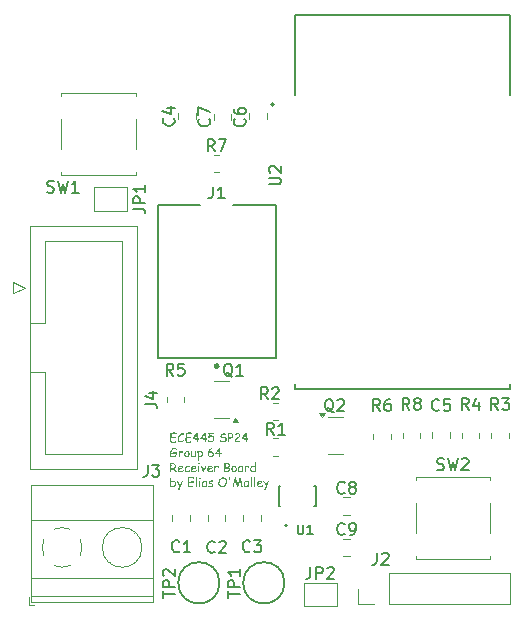
<source format=gto>
%TF.GenerationSoftware,KiCad,Pcbnew,8.0.1*%
%TF.CreationDate,2024-04-07T23:26:14-05:00*%
%TF.ProjectId,ece445_headset,65636534-3435-45f6-9865-61647365742e,rev?*%
%TF.SameCoordinates,Original*%
%TF.FileFunction,Legend,Top*%
%TF.FilePolarity,Positive*%
%FSLAX46Y46*%
G04 Gerber Fmt 4.6, Leading zero omitted, Abs format (unit mm)*
G04 Created by KiCad (PCBNEW 8.0.1) date 2024-04-07 23:26:14*
%MOMM*%
%LPD*%
G01*
G04 APERTURE LIST*
%ADD10C,0.100000*%
%ADD11C,0.150000*%
%ADD12C,0.120000*%
%ADD13C,0.127000*%
%ADD14C,0.200000*%
%ADD15C,0.300000*%
%ADD16C,0.152400*%
G04 APERTURE END LIST*
D10*
G36*
X144074459Y-72389080D02*
G01*
X144058522Y-72386882D01*
X144020744Y-72378602D01*
X143983544Y-72372356D01*
X143946923Y-72368144D01*
X143905778Y-72365820D01*
X143890544Y-72365633D01*
X143852171Y-72366755D01*
X143813839Y-72369806D01*
X143798403Y-72371495D01*
X143759815Y-72376629D01*
X143722541Y-72382875D01*
X143690692Y-72389080D01*
X143694516Y-72426832D01*
X143695272Y-72446782D01*
X143694722Y-72488949D01*
X143693340Y-72531761D01*
X143691485Y-72572852D01*
X143689467Y-72610195D01*
X143687020Y-72650354D01*
X143686479Y-72658724D01*
X143912159Y-72634911D01*
X143952004Y-72630485D01*
X143988546Y-72626759D01*
X144025370Y-72623831D01*
X144034342Y-72623553D01*
X144069313Y-72635438D01*
X144072260Y-72638025D01*
X144087694Y-72672046D01*
X144087831Y-72676493D01*
X144075970Y-72713084D01*
X144040387Y-72729066D01*
X143917838Y-72740790D01*
X143679884Y-72764237D01*
X143677701Y-72802851D01*
X143676404Y-72831282D01*
X143675302Y-72869178D01*
X143675122Y-72890266D01*
X143675701Y-72928426D01*
X143678277Y-72969367D01*
X143685184Y-73007117D01*
X143691608Y-73019959D01*
X143729074Y-73031923D01*
X143768347Y-73033868D01*
X143772575Y-73033881D01*
X143809540Y-73033881D01*
X143849314Y-73033881D01*
X143868562Y-73033881D01*
X143905556Y-73033881D01*
X143944449Y-73033881D01*
X143965282Y-73033881D01*
X143995507Y-73028019D01*
X144025549Y-73022158D01*
X144062865Y-73032571D01*
X144079658Y-73066840D01*
X144080137Y-73076563D01*
X144069192Y-73111779D01*
X144036357Y-73129502D01*
X143995094Y-73134719D01*
X143953076Y-73137221D01*
X143916440Y-73138428D01*
X143874286Y-73139153D01*
X143836589Y-73139384D01*
X143826613Y-73139394D01*
X143788468Y-73138747D01*
X143745819Y-73136119D01*
X143708759Y-73131470D01*
X143671667Y-73123223D01*
X143634733Y-73107698D01*
X143621632Y-73097995D01*
X143599994Y-73068136D01*
X143586132Y-73029989D01*
X143578018Y-72988360D01*
X143573912Y-72947373D01*
X143572366Y-72910462D01*
X143572173Y-72890633D01*
X143572637Y-72852244D01*
X143573639Y-72819741D01*
X143575386Y-72782349D01*
X143577379Y-72745053D01*
X143577852Y-72736760D01*
X143572173Y-72712030D01*
X143581882Y-72681256D01*
X143584837Y-72637439D01*
X143587292Y-72597353D01*
X143589576Y-72554173D01*
X143591138Y-72516364D01*
X143592050Y-72479041D01*
X143592140Y-72465284D01*
X143589255Y-72427468D01*
X143587011Y-72410512D01*
X143582728Y-72373641D01*
X143581882Y-72355558D01*
X143589120Y-72318833D01*
X143618527Y-72296762D01*
X143633356Y-72295291D01*
X143668572Y-72305756D01*
X143670542Y-72307198D01*
X143708463Y-72293591D01*
X143745060Y-72282311D01*
X143783788Y-72272588D01*
X143787229Y-72271844D01*
X143824231Y-72265169D01*
X143862820Y-72261047D01*
X143890544Y-72260120D01*
X143928465Y-72260826D01*
X143970711Y-72263540D01*
X144009403Y-72268288D01*
X144050050Y-72276400D01*
X144085858Y-72287282D01*
X144090579Y-72289063D01*
X144119333Y-72312369D01*
X144125017Y-72336873D01*
X144111645Y-72372227D01*
X144078552Y-72388932D01*
X144074459Y-72389080D01*
G37*
G36*
X144724572Y-72506317D02*
G01*
X144689796Y-72491648D01*
X144675113Y-72468764D01*
X144656254Y-72436548D01*
X144648368Y-72429747D01*
X144611915Y-72424514D01*
X144594696Y-72424251D01*
X144556377Y-72431613D01*
X144521138Y-72450132D01*
X144489663Y-72474977D01*
X144462539Y-72502008D01*
X144434601Y-72534791D01*
X144428916Y-72542037D01*
X144406819Y-72571533D01*
X144380737Y-72610411D01*
X144358519Y-72648773D01*
X144340165Y-72686620D01*
X144325675Y-72723952D01*
X144315049Y-72760769D01*
X144308287Y-72797071D01*
X144305268Y-72841723D01*
X144308644Y-72878739D01*
X144320315Y-72916298D01*
X144340322Y-72950101D01*
X144347950Y-72959509D01*
X144377083Y-72986364D01*
X144409759Y-73003273D01*
X144445977Y-73010235D01*
X144453646Y-73010434D01*
X144493453Y-73006750D01*
X144530125Y-72996902D01*
X144560258Y-72984239D01*
X144592485Y-72965751D01*
X144626366Y-72943501D01*
X144651849Y-72925804D01*
X144684164Y-72907389D01*
X144696179Y-72904921D01*
X144730335Y-72918461D01*
X144733182Y-72921407D01*
X144748144Y-72955357D01*
X144748203Y-72957861D01*
X144734249Y-72992279D01*
X144728602Y-72997794D01*
X144694570Y-73025486D01*
X144660435Y-73049486D01*
X144626198Y-73069794D01*
X144591857Y-73086409D01*
X144557413Y-73099332D01*
X144514213Y-73110293D01*
X144470852Y-73115485D01*
X144453463Y-73115947D01*
X144414642Y-73113004D01*
X144378140Y-73104174D01*
X144343957Y-73089459D01*
X144312092Y-73068858D01*
X144282545Y-73042370D01*
X144273211Y-73032233D01*
X144249057Y-73000833D01*
X144229900Y-72967360D01*
X144215741Y-72931814D01*
X144206579Y-72894193D01*
X144202414Y-72854499D01*
X144202137Y-72840807D01*
X144204424Y-72796062D01*
X144211284Y-72751037D01*
X144222719Y-72705730D01*
X144238727Y-72660144D01*
X144253735Y-72625770D01*
X144271316Y-72591238D01*
X144291469Y-72556548D01*
X144314195Y-72521701D01*
X144339494Y-72486696D01*
X144348499Y-72474993D01*
X144379033Y-72438370D01*
X144409636Y-72406631D01*
X144440308Y-72379775D01*
X144471048Y-72357802D01*
X144509570Y-72337202D01*
X144548199Y-72324231D01*
X144586936Y-72318891D01*
X144594696Y-72318738D01*
X144632268Y-72320310D01*
X144639942Y-72321120D01*
X144675479Y-72328447D01*
X144707037Y-72308710D01*
X144722374Y-72307015D01*
X144756563Y-72324689D01*
X144767254Y-72352260D01*
X144772889Y-72391029D01*
X144775207Y-72429841D01*
X144775497Y-72451179D01*
X144764139Y-72486899D01*
X144732300Y-72505843D01*
X144724572Y-72506317D01*
G37*
G36*
X145362595Y-72389080D02*
G01*
X145346659Y-72386882D01*
X145308880Y-72378602D01*
X145271681Y-72372356D01*
X145235059Y-72368144D01*
X145193915Y-72365820D01*
X145178681Y-72365633D01*
X145140308Y-72366755D01*
X145101975Y-72369806D01*
X145086540Y-72371495D01*
X145047952Y-72376629D01*
X145010678Y-72382875D01*
X144978829Y-72389080D01*
X144982653Y-72426832D01*
X144983408Y-72446782D01*
X144982859Y-72488949D01*
X144981476Y-72531761D01*
X144979622Y-72572852D01*
X144977604Y-72610195D01*
X144975157Y-72650354D01*
X144974616Y-72658724D01*
X145200296Y-72634911D01*
X145240141Y-72630485D01*
X145276682Y-72626759D01*
X145313506Y-72623831D01*
X145322479Y-72623553D01*
X145357449Y-72635438D01*
X145360397Y-72638025D01*
X145375831Y-72672046D01*
X145375968Y-72676493D01*
X145364107Y-72713084D01*
X145328524Y-72729066D01*
X145205975Y-72740790D01*
X144968021Y-72764237D01*
X144965838Y-72802851D01*
X144964541Y-72831282D01*
X144963439Y-72869178D01*
X144963258Y-72890266D01*
X144963838Y-72928426D01*
X144966414Y-72969367D01*
X144973321Y-73007117D01*
X144979745Y-73019959D01*
X145017211Y-73031923D01*
X145056484Y-73033868D01*
X145060711Y-73033881D01*
X145097677Y-73033881D01*
X145137450Y-73033881D01*
X145156699Y-73033881D01*
X145193693Y-73033881D01*
X145232586Y-73033881D01*
X145253419Y-73033881D01*
X145283644Y-73028019D01*
X145313686Y-73022158D01*
X145351002Y-73032571D01*
X145367794Y-73066840D01*
X145368274Y-73076563D01*
X145357329Y-73111779D01*
X145324494Y-73129502D01*
X145283231Y-73134719D01*
X145241213Y-73137221D01*
X145204577Y-73138428D01*
X145162423Y-73139153D01*
X145124726Y-73139384D01*
X145114750Y-73139394D01*
X145076605Y-73138747D01*
X145033955Y-73136119D01*
X144996896Y-73131470D01*
X144959804Y-73123223D01*
X144922870Y-73107698D01*
X144909769Y-73097995D01*
X144888131Y-73068136D01*
X144874269Y-73029989D01*
X144866154Y-72988360D01*
X144862049Y-72947373D01*
X144860503Y-72910462D01*
X144860310Y-72890633D01*
X144860774Y-72852244D01*
X144861775Y-72819741D01*
X144863522Y-72782349D01*
X144865516Y-72745053D01*
X144865989Y-72736760D01*
X144860310Y-72712030D01*
X144870019Y-72681256D01*
X144872974Y-72637439D01*
X144875428Y-72597353D01*
X144877712Y-72554173D01*
X144879275Y-72516364D01*
X144880187Y-72479041D01*
X144880277Y-72465284D01*
X144877392Y-72427468D01*
X144875148Y-72410512D01*
X144870865Y-72373641D01*
X144870019Y-72355558D01*
X144877257Y-72318833D01*
X144906664Y-72296762D01*
X144921493Y-72295291D01*
X144956709Y-72305756D01*
X144958679Y-72307198D01*
X144996600Y-72293591D01*
X145033197Y-72282311D01*
X145071925Y-72272588D01*
X145075366Y-72271844D01*
X145112368Y-72265169D01*
X145150956Y-72261047D01*
X145178681Y-72260120D01*
X145216601Y-72260826D01*
X145258848Y-72263540D01*
X145297539Y-72268288D01*
X145338186Y-72276400D01*
X145373995Y-72287282D01*
X145378715Y-72289063D01*
X145407470Y-72312369D01*
X145413154Y-72336873D01*
X145399781Y-72372227D01*
X145366689Y-72388932D01*
X145362595Y-72389080D01*
G37*
G36*
X145919999Y-72291942D02*
G01*
X145940023Y-72325241D01*
X145940535Y-72334309D01*
X145940535Y-72764237D01*
X145961601Y-72763688D01*
X145998574Y-72766265D01*
X146035640Y-72778887D01*
X146056119Y-72811022D01*
X146056489Y-72817543D01*
X146044086Y-72852487D01*
X146017288Y-72867002D01*
X145979149Y-72870308D01*
X145940535Y-72869750D01*
X145940535Y-73057145D01*
X145928811Y-73092454D01*
X145893640Y-73104223D01*
X145858297Y-73092221D01*
X145840971Y-73056214D01*
X145839052Y-73031500D01*
X145840151Y-73006038D01*
X145841250Y-72983506D01*
X145840701Y-72869750D01*
X145613372Y-72863339D01*
X145573515Y-72862820D01*
X145536833Y-72860828D01*
X145515553Y-72858026D01*
X145480382Y-72844791D01*
X145468658Y-72820840D01*
X145480886Y-72784622D01*
X145495019Y-72764237D01*
X145625828Y-72764237D01*
X145840701Y-72764237D01*
X145840701Y-72430113D01*
X145815436Y-72470962D01*
X145791231Y-72509840D01*
X145768085Y-72546748D01*
X145745999Y-72581685D01*
X145724971Y-72614651D01*
X145705004Y-72645647D01*
X145680028Y-72683909D01*
X145656936Y-72718668D01*
X145635726Y-72749923D01*
X145625828Y-72764237D01*
X145495019Y-72764237D01*
X145497051Y-72761306D01*
X145541381Y-72707817D01*
X145794722Y-72332294D01*
X145820689Y-72304552D01*
X145853954Y-72287422D01*
X145882283Y-72283567D01*
X145919999Y-72291942D01*
G37*
G36*
X146560404Y-72291942D02*
G01*
X146580428Y-72325241D01*
X146580940Y-72334309D01*
X146580940Y-72764237D01*
X146602006Y-72763688D01*
X146638979Y-72766265D01*
X146676045Y-72778887D01*
X146696523Y-72811022D01*
X146696894Y-72817543D01*
X146684491Y-72852487D01*
X146657693Y-72867002D01*
X146619554Y-72870308D01*
X146580940Y-72869750D01*
X146580940Y-73057145D01*
X146569216Y-73092454D01*
X146534045Y-73104223D01*
X146498701Y-73092221D01*
X146481376Y-73056214D01*
X146479457Y-73031500D01*
X146480556Y-73006038D01*
X146481655Y-72983506D01*
X146481106Y-72869750D01*
X146253777Y-72863339D01*
X146213920Y-72862820D01*
X146177238Y-72860828D01*
X146155957Y-72858026D01*
X146120786Y-72844791D01*
X146109063Y-72820840D01*
X146121291Y-72784622D01*
X146135424Y-72764237D01*
X146266233Y-72764237D01*
X146481106Y-72764237D01*
X146481106Y-72430113D01*
X146455841Y-72470962D01*
X146431636Y-72509840D01*
X146408490Y-72546748D01*
X146386403Y-72581685D01*
X146365376Y-72614651D01*
X146345408Y-72645647D01*
X146320433Y-72683909D01*
X146297340Y-72718668D01*
X146276131Y-72749923D01*
X146266233Y-72764237D01*
X146135424Y-72764237D01*
X146137456Y-72761306D01*
X146181786Y-72707817D01*
X146435127Y-72332294D01*
X146461094Y-72304552D01*
X146494358Y-72287422D01*
X146522688Y-72283567D01*
X146560404Y-72291942D01*
G37*
G36*
X147014166Y-73115947D02*
G01*
X146970367Y-73113290D01*
X146930335Y-73105321D01*
X146894068Y-73092038D01*
X146861566Y-73073443D01*
X146832830Y-73049534D01*
X146807860Y-73020313D01*
X146798927Y-73007137D01*
X146789584Y-72978194D01*
X146804541Y-72944128D01*
X146805521Y-72943206D01*
X146839106Y-72928426D01*
X146841608Y-72928368D01*
X146875722Y-72943496D01*
X146881725Y-72949617D01*
X146907042Y-72976203D01*
X146922941Y-72989185D01*
X146956901Y-73003711D01*
X146993377Y-73009687D01*
X147014166Y-73010434D01*
X147051731Y-73007331D01*
X147091078Y-72996185D01*
X147126601Y-72976934D01*
X147158300Y-72949577D01*
X147161994Y-72945587D01*
X147186597Y-72913061D01*
X147204171Y-72877398D01*
X147214716Y-72838598D01*
X147218176Y-72802074D01*
X147218230Y-72796660D01*
X147216274Y-72758413D01*
X147209512Y-72720947D01*
X147196495Y-72685849D01*
X147193501Y-72680157D01*
X147170199Y-72650307D01*
X147136756Y-72630242D01*
X147099254Y-72623609D01*
X147095132Y-72623553D01*
X147056612Y-72625666D01*
X147018835Y-72633469D01*
X147005006Y-72638574D01*
X146973508Y-72657360D01*
X146948770Y-72679424D01*
X146892716Y-72740973D01*
X146861050Y-72761965D01*
X146846371Y-72764237D01*
X146812110Y-72750140D01*
X146811200Y-72749216D01*
X146796926Y-72714440D01*
X146796912Y-72713129D01*
X146799818Y-72674875D01*
X146803682Y-72634145D01*
X146805155Y-72619157D01*
X146809233Y-72579401D01*
X146813567Y-72534712D01*
X146817051Y-72495588D01*
X146820110Y-72455982D01*
X146822285Y-72415636D01*
X146822557Y-72400804D01*
X146815185Y-72364562D01*
X146813581Y-72360504D01*
X146804605Y-72328080D01*
X146827878Y-72299650D01*
X146858644Y-72295840D01*
X146889785Y-72297672D01*
X146921109Y-72299504D01*
X146958432Y-72299000D01*
X146996222Y-72297961D01*
X147010685Y-72297489D01*
X147048234Y-72296238D01*
X147085881Y-72295396D01*
X147100444Y-72295291D01*
X147137412Y-72296194D01*
X147142576Y-72296390D01*
X147180187Y-72297283D01*
X147184891Y-72297306D01*
X147213101Y-72293459D01*
X147241128Y-72289612D01*
X147275516Y-72303021D01*
X147276482Y-72303900D01*
X147292053Y-72336507D01*
X147274871Y-72369772D01*
X147239433Y-72384645D01*
X147198507Y-72390242D01*
X147169870Y-72391095D01*
X147132744Y-72390290D01*
X147129754Y-72390179D01*
X147100444Y-72389080D01*
X147013250Y-72390729D01*
X146926238Y-72393476D01*
X146923559Y-72430640D01*
X146919522Y-72469258D01*
X146914610Y-72512294D01*
X146909494Y-72555163D01*
X146907187Y-72574094D01*
X146940286Y-72552253D01*
X146977873Y-72535776D01*
X147013662Y-72525923D01*
X147052748Y-72520011D01*
X147095132Y-72518040D01*
X147135766Y-72521125D01*
X147172627Y-72530379D01*
X147210861Y-72548974D01*
X147243958Y-72575965D01*
X147268239Y-72605785D01*
X147287939Y-72640357D01*
X147302801Y-72678839D01*
X147311688Y-72714935D01*
X147317020Y-72753904D01*
X147318797Y-72795744D01*
X147316812Y-72837664D01*
X147310855Y-72877214D01*
X147300926Y-72914393D01*
X147287027Y-72949202D01*
X147269156Y-72981641D01*
X147247314Y-73011710D01*
X147237465Y-73023073D01*
X147209698Y-73049829D01*
X147179294Y-73072050D01*
X147146250Y-73089735D01*
X147110568Y-73102886D01*
X147072247Y-73111503D01*
X147031288Y-73115584D01*
X147014166Y-73115947D01*
G37*
G36*
X147747810Y-72954930D02*
G01*
X147761530Y-72919721D01*
X147762465Y-72918843D01*
X147797090Y-72904975D01*
X147799834Y-72904921D01*
X147834249Y-72920377D01*
X147844164Y-72932398D01*
X147867514Y-72962119D01*
X147891058Y-72982957D01*
X147925855Y-72998600D01*
X147965640Y-73007187D01*
X148003057Y-73010192D01*
X148018370Y-73010434D01*
X148057594Y-73008465D01*
X148095398Y-73002557D01*
X148131783Y-72992711D01*
X148166748Y-72978927D01*
X148200866Y-72959707D01*
X148229597Y-72934051D01*
X148248836Y-72900479D01*
X148254309Y-72866453D01*
X148245607Y-72828614D01*
X148222595Y-72799362D01*
X148189587Y-72777227D01*
X148180669Y-72772847D01*
X148143303Y-72758313D01*
X148106171Y-72749020D01*
X148065353Y-72743138D01*
X148026613Y-72740790D01*
X147987447Y-72737378D01*
X147951280Y-72730257D01*
X147914177Y-72717812D01*
X147887944Y-72704886D01*
X147855968Y-72681462D01*
X147830914Y-72649690D01*
X147817424Y-72612180D01*
X147814855Y-72583986D01*
X147819834Y-72544197D01*
X147834770Y-72505932D01*
X147855498Y-72474349D01*
X147883542Y-72443885D01*
X147912501Y-72419355D01*
X147918902Y-72414542D01*
X147950147Y-72393697D01*
X147988066Y-72373347D01*
X148026448Y-72358084D01*
X148065294Y-72347909D01*
X148104604Y-72342821D01*
X148124433Y-72342185D01*
X148163742Y-72344787D01*
X148202944Y-72351743D01*
X148237273Y-72360687D01*
X148273737Y-72373521D01*
X148306865Y-72393897D01*
X148320621Y-72422053D01*
X148310437Y-72457290D01*
X148274275Y-72471146D01*
X148236380Y-72466495D01*
X148202102Y-72459239D01*
X148164088Y-72451502D01*
X148125874Y-72447679D01*
X148122234Y-72447698D01*
X148083617Y-72450274D01*
X148043758Y-72458236D01*
X148007696Y-72471559D01*
X147985764Y-72483419D01*
X147955335Y-72507132D01*
X147933696Y-72539556D01*
X147928061Y-72569881D01*
X147947112Y-72602670D01*
X147982312Y-72618625D01*
X148004265Y-72624103D01*
X148042516Y-72629569D01*
X148080941Y-72632989D01*
X148113991Y-72635277D01*
X148156420Y-72640571D01*
X148195230Y-72649857D01*
X148230420Y-72663136D01*
X148266901Y-72683675D01*
X148298456Y-72709649D01*
X148325063Y-72741328D01*
X148344068Y-72776281D01*
X148355471Y-72814509D01*
X148359272Y-72856011D01*
X148356504Y-72893215D01*
X148345873Y-72934671D01*
X148327270Y-72972650D01*
X148300695Y-73007151D01*
X148272458Y-73033246D01*
X148245882Y-73052383D01*
X148207893Y-73073985D01*
X148167701Y-73091117D01*
X148132525Y-73101980D01*
X148095820Y-73109739D01*
X148057585Y-73114395D01*
X148017821Y-73115947D01*
X147977310Y-73114185D01*
X147938324Y-73108899D01*
X147900864Y-73100090D01*
X147864929Y-73087757D01*
X147845080Y-73079127D01*
X147812470Y-73060975D01*
X147782808Y-73036802D01*
X147759965Y-73005226D01*
X147748914Y-72969437D01*
X147747810Y-72954930D01*
G37*
G36*
X148697463Y-72298280D02*
G01*
X148737027Y-72307247D01*
X148775452Y-72322192D01*
X148812737Y-72343116D01*
X148833531Y-72357756D01*
X148864346Y-72384639D01*
X148888786Y-72413492D01*
X148909241Y-72449645D01*
X148921018Y-72488480D01*
X148924206Y-72523902D01*
X148921840Y-72561475D01*
X148912755Y-72603292D01*
X148896857Y-72641541D01*
X148874145Y-72676223D01*
X148844620Y-72707337D01*
X148827302Y-72721556D01*
X148793580Y-72744029D01*
X148757398Y-72761853D01*
X148718756Y-72775027D01*
X148677654Y-72783551D01*
X148634092Y-72787426D01*
X148619024Y-72787684D01*
X148580715Y-72784183D01*
X148556193Y-72780907D01*
X148554623Y-72822167D01*
X148553584Y-72866827D01*
X148552934Y-72910595D01*
X148552556Y-72949899D01*
X148552304Y-72993016D01*
X148552179Y-73039945D01*
X148552163Y-73064839D01*
X148539613Y-73100186D01*
X148538790Y-73101109D01*
X148505268Y-73115947D01*
X148471196Y-73101842D01*
X148457824Y-73067037D01*
X148457824Y-72915729D01*
X148458408Y-72874055D01*
X148459877Y-72831279D01*
X148461847Y-72789926D01*
X148463991Y-72752159D01*
X148466592Y-72711386D01*
X148467166Y-72702871D01*
X148468961Y-72676127D01*
X148562421Y-72676127D01*
X148619024Y-72682172D01*
X148655625Y-72680269D01*
X148694257Y-72673437D01*
X148729476Y-72661636D01*
X148765020Y-72642421D01*
X148793391Y-72618894D01*
X148815618Y-72587854D01*
X148827587Y-72551976D01*
X148829867Y-72525368D01*
X148821186Y-72488247D01*
X148797976Y-72457796D01*
X148768135Y-72435425D01*
X148735202Y-72418689D01*
X148697013Y-72406518D01*
X148657142Y-72401108D01*
X148644853Y-72400804D01*
X148607926Y-72401556D01*
X148604553Y-72401720D01*
X148574328Y-72404467D01*
X148573229Y-72490380D01*
X148562421Y-72676127D01*
X148468961Y-72676127D01*
X148470148Y-72658450D01*
X148472683Y-72618153D01*
X148475135Y-72575239D01*
X148476942Y-72538263D01*
X148478350Y-72498197D01*
X148478524Y-72489830D01*
X148478524Y-72418756D01*
X148479551Y-72381975D01*
X148484752Y-72344750D01*
X148503345Y-72312235D01*
X148535310Y-72305549D01*
X148572912Y-72298719D01*
X148582021Y-72297855D01*
X148620636Y-72295782D01*
X148656760Y-72295291D01*
X148697463Y-72298280D01*
G37*
G36*
X149472287Y-73092500D02*
G01*
X149435833Y-73086638D01*
X149400113Y-73080776D01*
X149362149Y-73081471D01*
X149324422Y-73082839D01*
X149321161Y-73082974D01*
X149282827Y-73084397D01*
X149245470Y-73085164D01*
X149242027Y-73085172D01*
X149205229Y-73086904D01*
X149182493Y-73088836D01*
X149144271Y-73091798D01*
X149122958Y-73092500D01*
X149106472Y-73090484D01*
X149089986Y-73088286D01*
X149055224Y-73074476D01*
X149043640Y-73052932D01*
X149038020Y-73015277D01*
X149037412Y-72989918D01*
X149039009Y-72952803D01*
X149045140Y-72911535D01*
X149055869Y-72873835D01*
X149071196Y-72839703D01*
X149094889Y-72804392D01*
X149102808Y-72795195D01*
X149131398Y-72769131D01*
X149163226Y-72744393D01*
X149198251Y-72718934D01*
X149232899Y-72694717D01*
X149264192Y-72673379D01*
X149297955Y-72649909D01*
X149328630Y-72626734D01*
X149357494Y-72601155D01*
X149362561Y-72595710D01*
X149385938Y-72563628D01*
X149400657Y-72528290D01*
X149406717Y-72489696D01*
X149406891Y-72481587D01*
X149393386Y-72447223D01*
X149364209Y-72423702D01*
X149329194Y-72407266D01*
X149292644Y-72400826D01*
X149290387Y-72400804D01*
X149252713Y-72405429D01*
X149216490Y-72419306D01*
X149200261Y-72428831D01*
X149126622Y-72488365D01*
X149093669Y-72506159D01*
X149091085Y-72506317D01*
X149054770Y-72497832D01*
X149038014Y-72464714D01*
X149037962Y-72461987D01*
X149049925Y-72426737D01*
X149057562Y-72418389D01*
X149086700Y-72390763D01*
X149117098Y-72364583D01*
X149147917Y-72341578D01*
X149162159Y-72332477D01*
X149197483Y-72314501D01*
X149233386Y-72302408D01*
X149269868Y-72296199D01*
X149290387Y-72295291D01*
X149331019Y-72298210D01*
X149369384Y-72306969D01*
X149405482Y-72321566D01*
X149439314Y-72342002D01*
X149467793Y-72366432D01*
X149491776Y-72397850D01*
X149506622Y-72433001D01*
X149512332Y-72471885D01*
X149512404Y-72477008D01*
X149510291Y-72514754D01*
X149503235Y-72553089D01*
X149497383Y-72572629D01*
X149482757Y-72606812D01*
X149462992Y-72638516D01*
X149452137Y-72652313D01*
X149426164Y-72678825D01*
X149395973Y-72703826D01*
X149364072Y-72726811D01*
X149332653Y-72747335D01*
X149321345Y-72754345D01*
X149287344Y-72775790D01*
X149253585Y-72798238D01*
X149222796Y-72820500D01*
X149194033Y-72845204D01*
X149169097Y-72875978D01*
X149151443Y-72909867D01*
X149141070Y-72946870D01*
X149137979Y-72986987D01*
X149244042Y-72979842D01*
X149282793Y-72978286D01*
X149322469Y-72976877D01*
X149360513Y-72975804D01*
X149400113Y-72975263D01*
X149438261Y-72978698D01*
X149474302Y-72989002D01*
X149505983Y-73007765D01*
X149520647Y-73039926D01*
X149508411Y-73074530D01*
X149506725Y-73076563D01*
X149473562Y-73092484D01*
X149472287Y-73092500D01*
G37*
G36*
X150069441Y-72291942D02*
G01*
X150089465Y-72325241D01*
X150089977Y-72334309D01*
X150089977Y-72764237D01*
X150111043Y-72763688D01*
X150148016Y-72766265D01*
X150185082Y-72778887D01*
X150205560Y-72811022D01*
X150205931Y-72817543D01*
X150193528Y-72852487D01*
X150166730Y-72867002D01*
X150128591Y-72870308D01*
X150089977Y-72869750D01*
X150089977Y-73057145D01*
X150078253Y-73092454D01*
X150043082Y-73104223D01*
X150007738Y-73092221D01*
X149990413Y-73056214D01*
X149988494Y-73031500D01*
X149989593Y-73006038D01*
X149990692Y-72983506D01*
X149990143Y-72869750D01*
X149762814Y-72863339D01*
X149722957Y-72862820D01*
X149686275Y-72860828D01*
X149664994Y-72858026D01*
X149629823Y-72844791D01*
X149618100Y-72820840D01*
X149630328Y-72784622D01*
X149644461Y-72764237D01*
X149775270Y-72764237D01*
X149990143Y-72764237D01*
X149990143Y-72430113D01*
X149964878Y-72470962D01*
X149940673Y-72509840D01*
X149917527Y-72546748D01*
X149895440Y-72581685D01*
X149874413Y-72614651D01*
X149854445Y-72645647D01*
X149829470Y-72683909D01*
X149806377Y-72718668D01*
X149785168Y-72749923D01*
X149775270Y-72764237D01*
X149644461Y-72764237D01*
X149646493Y-72761306D01*
X149690823Y-72707817D01*
X149944164Y-72332294D01*
X149970131Y-72304552D01*
X150003395Y-72287422D01*
X150031725Y-72283567D01*
X150069441Y-72291942D01*
G37*
G36*
X144169713Y-74030465D02*
G01*
X144160643Y-74068816D01*
X144149369Y-74105192D01*
X144135891Y-74139593D01*
X144115944Y-74179817D01*
X144092553Y-74216955D01*
X144065719Y-74251008D01*
X144035441Y-74281974D01*
X144002600Y-74309047D01*
X143967960Y-74331530D01*
X143931523Y-74349425D01*
X143893289Y-74362732D01*
X143853256Y-74371450D01*
X143811426Y-74375580D01*
X143794190Y-74375947D01*
X143756124Y-74374270D01*
X143714530Y-74367830D01*
X143677393Y-74356560D01*
X143639699Y-74337307D01*
X143608070Y-74311480D01*
X143604047Y-74307254D01*
X143579351Y-74273833D01*
X143563010Y-74239954D01*
X143551126Y-74201246D01*
X143543699Y-74157707D01*
X143540914Y-74117735D01*
X143540666Y-74100807D01*
X143542204Y-74060090D01*
X143546820Y-74018998D01*
X143554512Y-73977530D01*
X143565281Y-73935686D01*
X143579127Y-73893466D01*
X143596050Y-73850871D01*
X143603681Y-73833728D01*
X143620038Y-73800208D01*
X143642055Y-73760635D01*
X143665816Y-73723647D01*
X143691321Y-73689244D01*
X143718570Y-73657426D01*
X143747564Y-73628193D01*
X143765797Y-73611894D01*
X143799250Y-73587130D01*
X143833666Y-73569442D01*
X143869043Y-73558829D01*
X143905382Y-73555291D01*
X143944751Y-73559567D01*
X143983975Y-73569663D01*
X144019552Y-73582017D01*
X144029030Y-73585699D01*
X144065574Y-73602016D01*
X144099371Y-73624076D01*
X144121353Y-73655383D01*
X144122819Y-73666299D01*
X144109134Y-73701247D01*
X144107248Y-73703302D01*
X144074244Y-73719280D01*
X144070245Y-73719422D01*
X144038372Y-73706966D01*
X144005023Y-73688979D01*
X143969829Y-73673832D01*
X143933958Y-73663689D01*
X143905382Y-73660804D01*
X143868381Y-73669297D01*
X143835077Y-73690396D01*
X143824598Y-73699455D01*
X143798770Y-73726795D01*
X143773387Y-73757699D01*
X143763782Y-73769980D01*
X143735875Y-73808305D01*
X143711689Y-73847443D01*
X143691224Y-73887394D01*
X143674480Y-73928158D01*
X143661457Y-73969735D01*
X143652155Y-74012124D01*
X143646574Y-74055327D01*
X143644713Y-74099342D01*
X143646142Y-74137452D01*
X143651274Y-74174438D01*
X143662938Y-74210816D01*
X143674572Y-74229767D01*
X143703335Y-74252920D01*
X143740716Y-74265629D01*
X143778322Y-74270076D01*
X143794190Y-74270434D01*
X143833344Y-74267655D01*
X143870185Y-74259319D01*
X143904711Y-74245426D01*
X143936923Y-74225975D01*
X143954291Y-74212365D01*
X143983558Y-74182824D01*
X144008688Y-74148216D01*
X144026934Y-74114520D01*
X144042141Y-74077102D01*
X144054309Y-74035961D01*
X144010713Y-74039093D01*
X143969111Y-74044140D01*
X143929504Y-74051100D01*
X143891892Y-74059975D01*
X143856274Y-74070764D01*
X143816166Y-74086237D01*
X143809760Y-74089084D01*
X143786496Y-74094579D01*
X143751795Y-74079384D01*
X143748944Y-74076078D01*
X143735145Y-74041019D01*
X143735022Y-74036877D01*
X143747923Y-74001449D01*
X143762316Y-73989066D01*
X143801004Y-73972179D01*
X143837627Y-73960730D01*
X143879294Y-73951113D01*
X143926004Y-73943328D01*
X143964346Y-73938691D01*
X144005525Y-73935085D01*
X144049541Y-73932509D01*
X144096393Y-73930963D01*
X144146083Y-73930448D01*
X144181202Y-73943489D01*
X144183086Y-73945286D01*
X144198048Y-73979868D01*
X144198107Y-73982655D01*
X144185879Y-74018287D01*
X144169713Y-74030465D01*
G37*
G36*
X144686104Y-73961039D02*
G01*
X144678368Y-73997020D01*
X144651007Y-74022015D01*
X144634630Y-74024237D01*
X144600040Y-74010020D01*
X144590300Y-73973862D01*
X144588651Y-73938142D01*
X144587185Y-73895277D01*
X144548534Y-73901780D01*
X144509868Y-73913037D01*
X144476303Y-73928467D01*
X144456760Y-73941072D01*
X144427094Y-73968123D01*
X144403280Y-73999665D01*
X144384417Y-74033712D01*
X144380556Y-74042006D01*
X144381655Y-74323923D01*
X144371908Y-74359486D01*
X144336897Y-74375744D01*
X144330730Y-74375947D01*
X144295283Y-74361368D01*
X144285301Y-74324289D01*
X144285301Y-73965985D01*
X144286148Y-73927474D01*
X144286584Y-73915427D01*
X144287714Y-73878446D01*
X144287866Y-73864869D01*
X144297848Y-73827790D01*
X144333295Y-73813211D01*
X144367836Y-73828744D01*
X144381595Y-73862741D01*
X144384220Y-73894361D01*
X144415659Y-73867605D01*
X144448155Y-73845385D01*
X144481705Y-73827699D01*
X144516311Y-73814548D01*
X144551973Y-73805932D01*
X144588690Y-73801850D01*
X144603672Y-73801488D01*
X144640125Y-73809227D01*
X144665954Y-73832445D01*
X144680811Y-73868220D01*
X144686148Y-73906808D01*
X144686653Y-73925502D01*
X144686104Y-73961039D01*
G37*
G36*
X145057082Y-73816515D02*
G01*
X145095650Y-73828720D01*
X145129450Y-73849919D01*
X145158482Y-73880112D01*
X145176299Y-73907184D01*
X145192708Y-73941915D01*
X145204910Y-73979592D01*
X145212904Y-74020214D01*
X145216408Y-74057377D01*
X145216966Y-74090000D01*
X145214420Y-74131555D01*
X145207881Y-74170766D01*
X145197349Y-74207632D01*
X145182825Y-74242155D01*
X145164308Y-74274334D01*
X145157248Y-74284539D01*
X145131012Y-74315603D01*
X145101761Y-74340241D01*
X145069497Y-74358451D01*
X145034219Y-74370234D01*
X144995926Y-74375590D01*
X144982493Y-74375947D01*
X144945814Y-74372896D01*
X144906707Y-74361940D01*
X144870600Y-74343015D01*
X144841467Y-74319919D01*
X144833565Y-74312199D01*
X144809843Y-74283964D01*
X144790744Y-74252290D01*
X144776269Y-74217177D01*
X144766418Y-74178625D01*
X144761191Y-74136634D01*
X144760476Y-74121873D01*
X144760491Y-74121324D01*
X144862142Y-74121324D01*
X144865359Y-74160270D01*
X144876478Y-74197493D01*
X144897884Y-74231083D01*
X144902808Y-74236362D01*
X144932427Y-74258422D01*
X144968651Y-74269602D01*
X144982676Y-74270434D01*
X145020706Y-74264999D01*
X145054563Y-74248692D01*
X145074816Y-74231782D01*
X145098154Y-74202076D01*
X145113442Y-74166538D01*
X145120318Y-74129568D01*
X145121161Y-74116195D01*
X145121081Y-74070033D01*
X145117177Y-74030007D01*
X145106920Y-73988605D01*
X145086724Y-73951580D01*
X145057924Y-73928361D01*
X145020521Y-73918950D01*
X145013450Y-73918724D01*
X144973546Y-73924213D01*
X144938946Y-73941090D01*
X144909649Y-73969357D01*
X144895664Y-73989982D01*
X144879460Y-74023626D01*
X144868558Y-74059850D01*
X144862960Y-74098652D01*
X144862142Y-74121324D01*
X144760491Y-74121324D01*
X144761650Y-74079301D01*
X144767371Y-74038686D01*
X144777638Y-74000028D01*
X144792453Y-73963329D01*
X144811813Y-73928587D01*
X144819277Y-73917442D01*
X144843165Y-73887415D01*
X144875503Y-73858100D01*
X144911846Y-73836114D01*
X144952194Y-73821456D01*
X144988878Y-73814840D01*
X145020228Y-73813211D01*
X145057082Y-73816515D01*
G37*
G36*
X145761566Y-74048234D02*
G01*
X145761671Y-74086131D01*
X145761902Y-74125451D01*
X145762116Y-74154846D01*
X145762381Y-74192014D01*
X145762588Y-74229808D01*
X145762665Y-74261458D01*
X145764314Y-74294614D01*
X145766146Y-74327587D01*
X145752049Y-74361537D01*
X145751125Y-74362391D01*
X145716016Y-74375934D01*
X145714672Y-74375947D01*
X145679110Y-74365340D01*
X145664113Y-74342424D01*
X145626381Y-74358629D01*
X145590214Y-74368581D01*
X145551574Y-74374343D01*
X145515736Y-74375947D01*
X145475858Y-74373085D01*
X145437199Y-74363324D01*
X145403995Y-74346638D01*
X145375045Y-74320966D01*
X145355446Y-74288281D01*
X145345743Y-74252482D01*
X145339991Y-74211409D01*
X145335213Y-74171767D01*
X145331411Y-74133557D01*
X145328584Y-74096777D01*
X145326478Y-74054531D01*
X145325776Y-74014345D01*
X145326993Y-73973978D01*
X145330119Y-73935541D01*
X145335168Y-73894700D01*
X145341163Y-73856992D01*
X145358525Y-73822831D01*
X145390073Y-73813211D01*
X145425192Y-73825286D01*
X145427076Y-73826950D01*
X145442082Y-73860961D01*
X145442096Y-73862304D01*
X145439449Y-73899400D01*
X145434586Y-73935943D01*
X145429842Y-73973061D01*
X145427287Y-74009649D01*
X145427259Y-74013063D01*
X145427614Y-74053340D01*
X145428678Y-74090641D01*
X145430725Y-74129046D01*
X145432937Y-74156311D01*
X145437491Y-74194471D01*
X145444547Y-74232424D01*
X145449790Y-74251933D01*
X145483312Y-74265671D01*
X145515736Y-74270434D01*
X145555190Y-74268724D01*
X145595862Y-74263595D01*
X145633037Y-74256164D01*
X145661549Y-74248818D01*
X145661182Y-74146420D01*
X145660083Y-74048600D01*
X145660425Y-74008801D01*
X145661449Y-73971011D01*
X145663506Y-73929463D01*
X145666492Y-73890649D01*
X145669792Y-73859556D01*
X145685133Y-73824798D01*
X145719801Y-73813211D01*
X145754920Y-73825447D01*
X145756803Y-73827133D01*
X145770908Y-73861571D01*
X145761566Y-74048234D01*
G37*
G36*
X145968562Y-73792512D02*
G01*
X145982301Y-73827683D01*
X145980835Y-73844719D01*
X145977172Y-73874028D01*
X146009981Y-73853360D01*
X146044537Y-73835795D01*
X146062718Y-73828415D01*
X146098080Y-73818022D01*
X146136778Y-73813271D01*
X146141486Y-73813211D01*
X146179126Y-73816586D01*
X146217992Y-73829053D01*
X146251424Y-73850706D01*
X146279421Y-73881546D01*
X146296092Y-73909199D01*
X146311152Y-73944798D01*
X146322513Y-73985078D01*
X146329308Y-74023330D01*
X146333384Y-74065020D01*
X146334705Y-74102389D01*
X146334743Y-74110150D01*
X146332644Y-74151466D01*
X146326345Y-74189963D01*
X146315848Y-74225638D01*
X146298294Y-74263694D01*
X146275026Y-74297911D01*
X146245272Y-74328318D01*
X146211468Y-74351256D01*
X146173615Y-74366726D01*
X146131711Y-74374728D01*
X146105949Y-74375947D01*
X146069348Y-74373999D01*
X146030323Y-74368154D01*
X145992742Y-74359460D01*
X145991643Y-74605840D01*
X145979085Y-74641003D01*
X145977355Y-74642843D01*
X145942462Y-74657300D01*
X145941085Y-74657315D01*
X145906631Y-74644435D01*
X145904815Y-74642660D01*
X145890765Y-74607777D01*
X145890710Y-74604924D01*
X145892175Y-74395547D01*
X145892175Y-74186720D01*
X145891458Y-74144495D01*
X145890406Y-74103687D01*
X145889019Y-74064295D01*
X145887298Y-74026321D01*
X145885586Y-73996393D01*
X145987063Y-73996393D01*
X145988963Y-74034131D01*
X145990541Y-74072468D01*
X145991797Y-74111404D01*
X145992731Y-74150939D01*
X145993342Y-74191074D01*
X145993632Y-74231808D01*
X145993658Y-74248269D01*
X146028788Y-74259957D01*
X146067390Y-74267815D01*
X146105949Y-74270434D01*
X146143279Y-74265640D01*
X146177483Y-74249291D01*
X146204501Y-74221341D01*
X146222361Y-74185638D01*
X146231491Y-74146664D01*
X146233810Y-74110333D01*
X146232714Y-74070644D01*
X146228778Y-74030930D01*
X146220930Y-73993451D01*
X146210912Y-73966535D01*
X146188438Y-73935579D01*
X146152889Y-73919471D01*
X146141669Y-73918724D01*
X146104663Y-73922292D01*
X146068258Y-73934113D01*
X146056123Y-73940340D01*
X146025211Y-73962047D01*
X145997279Y-73986622D01*
X145987063Y-73996393D01*
X145885586Y-73996393D01*
X145884866Y-73983808D01*
X145884481Y-73977892D01*
X145876788Y-73871646D01*
X145881019Y-73833612D01*
X145890160Y-73808998D01*
X145916430Y-73781698D01*
X145935040Y-73778040D01*
X145968562Y-73792512D01*
G37*
G36*
X147091051Y-73568872D02*
G01*
X147092018Y-73569762D01*
X147108089Y-73602786D01*
X147108138Y-73604017D01*
X147090134Y-73637564D01*
X147065147Y-73664870D01*
X147055565Y-73674359D01*
X146950418Y-73775293D01*
X146925478Y-73805432D01*
X146905019Y-73839654D01*
X146888416Y-73875718D01*
X146878794Y-73900956D01*
X146913354Y-73885891D01*
X146948498Y-73872866D01*
X146957013Y-73870181D01*
X146992687Y-73861769D01*
X147012334Y-73860106D01*
X147055557Y-73862321D01*
X147094826Y-73868967D01*
X147130141Y-73880044D01*
X147166344Y-73898567D01*
X147197165Y-73923121D01*
X147222289Y-73953090D01*
X147241243Y-73988021D01*
X147254025Y-74027913D01*
X147260070Y-74066055D01*
X147261645Y-74100624D01*
X147259197Y-74144197D01*
X147251856Y-74184653D01*
X147239620Y-74221992D01*
X147222489Y-74256214D01*
X147200465Y-74287320D01*
X147192035Y-74296995D01*
X147163107Y-74323826D01*
X147130727Y-74345106D01*
X147094895Y-74360835D01*
X147055611Y-74371012D01*
X147012875Y-74375638D01*
X146997862Y-74375947D01*
X146957580Y-74373594D01*
X146920768Y-74366537D01*
X146881175Y-74351858D01*
X146846580Y-74330405D01*
X146816981Y-74302176D01*
X146800026Y-74279593D01*
X146779541Y-74242438D01*
X146765987Y-74206559D01*
X146756129Y-74166957D01*
X146749968Y-74123633D01*
X146747658Y-74084687D01*
X146747452Y-74068384D01*
X146747582Y-74065087D01*
X146848019Y-74065087D01*
X146849954Y-74105284D01*
X146855759Y-74141611D01*
X146866915Y-74177854D01*
X146878977Y-74202657D01*
X146901302Y-74232309D01*
X146932933Y-74255541D01*
X146971460Y-74268051D01*
X147000976Y-74270434D01*
X147037704Y-74267251D01*
X147073768Y-74256062D01*
X147107314Y-74234180D01*
X147121510Y-74219509D01*
X147142473Y-74187098D01*
X147155671Y-74148712D01*
X147160911Y-74109056D01*
X147161261Y-74094762D01*
X147157290Y-74057514D01*
X147142040Y-74021175D01*
X147120594Y-73997859D01*
X147087766Y-73979503D01*
X147049469Y-73969428D01*
X147008120Y-73965745D01*
X146998046Y-73965619D01*
X146961010Y-73968319D01*
X146925220Y-73977203D01*
X146918545Y-73979724D01*
X146885944Y-73996554D01*
X146851133Y-74015994D01*
X146848214Y-74052951D01*
X146848019Y-74065087D01*
X146747582Y-74065087D01*
X146749268Y-74022287D01*
X146754717Y-73977348D01*
X146763797Y-73933569D01*
X146776510Y-73890949D01*
X146792854Y-73849489D01*
X146812831Y-73809187D01*
X146836440Y-73770045D01*
X146863681Y-73732062D01*
X146894555Y-73695238D01*
X146929060Y-73659573D01*
X146954082Y-73636441D01*
X147002442Y-73588630D01*
X147031934Y-73564700D01*
X147056114Y-73555291D01*
X147091051Y-73568872D01*
G37*
G36*
X147806775Y-73551942D02*
G01*
X147826799Y-73585241D01*
X147827311Y-73594309D01*
X147827311Y-74024237D01*
X147848377Y-74023688D01*
X147885350Y-74026265D01*
X147922416Y-74038887D01*
X147942895Y-74071022D01*
X147943265Y-74077543D01*
X147930862Y-74112487D01*
X147904064Y-74127002D01*
X147865925Y-74130308D01*
X147827311Y-74129750D01*
X147827311Y-74317145D01*
X147815587Y-74352454D01*
X147780416Y-74364223D01*
X147745073Y-74352221D01*
X147727747Y-74316214D01*
X147725828Y-74291500D01*
X147726927Y-74266038D01*
X147728026Y-74243506D01*
X147727477Y-74129750D01*
X147500148Y-74123339D01*
X147460291Y-74122820D01*
X147423609Y-74120828D01*
X147402329Y-74118026D01*
X147367158Y-74104791D01*
X147355434Y-74080840D01*
X147367662Y-74044622D01*
X147381795Y-74024237D01*
X147512604Y-74024237D01*
X147727477Y-74024237D01*
X147727477Y-73690113D01*
X147702212Y-73730962D01*
X147678007Y-73769840D01*
X147654861Y-73806748D01*
X147632775Y-73841685D01*
X147611747Y-73874651D01*
X147591780Y-73905647D01*
X147566804Y-73943909D01*
X147543712Y-73978668D01*
X147522502Y-74009923D01*
X147512604Y-74024237D01*
X147381795Y-74024237D01*
X147383827Y-74021306D01*
X147428157Y-73967817D01*
X147681498Y-73592294D01*
X147707465Y-73564552D01*
X147740730Y-73547422D01*
X147769059Y-73543567D01*
X147806775Y-73551942D01*
G37*
G36*
X143765797Y-74825000D02*
G01*
X143803802Y-74831278D01*
X143841884Y-74841382D01*
X143878733Y-74856298D01*
X143884865Y-74859438D01*
X143922152Y-74880611D01*
X143955772Y-74902642D01*
X143985724Y-74925528D01*
X144019954Y-74957376D01*
X144047665Y-74990747D01*
X144068855Y-75025640D01*
X144083526Y-75062056D01*
X144091676Y-75099995D01*
X144093510Y-75129448D01*
X144089067Y-75167436D01*
X144075741Y-75203179D01*
X144053530Y-75236678D01*
X144026808Y-75264150D01*
X144022435Y-75267934D01*
X143992084Y-75290591D01*
X143958184Y-75310386D01*
X143920735Y-75327319D01*
X143885055Y-75339788D01*
X143879736Y-75341390D01*
X143918542Y-75363149D01*
X143954818Y-75385193D01*
X143988563Y-75407524D01*
X144019779Y-75430142D01*
X144048464Y-75453045D01*
X144080762Y-75482077D01*
X144109107Y-75511556D01*
X144119338Y-75523473D01*
X144132711Y-75558644D01*
X144119772Y-75593490D01*
X144116957Y-75596563D01*
X144082750Y-75612437D01*
X144080137Y-75612500D01*
X144045640Y-75597849D01*
X144043501Y-75595830D01*
X144011189Y-75564834D01*
X143978208Y-75535798D01*
X143944557Y-75508724D01*
X143910236Y-75483611D01*
X143875245Y-75460459D01*
X143839585Y-75439267D01*
X143803255Y-75420037D01*
X143766255Y-75402767D01*
X143728585Y-75387459D01*
X143690246Y-75374112D01*
X143664314Y-75366303D01*
X143668527Y-75468152D01*
X143671092Y-75570734D01*
X143659056Y-75606068D01*
X143656437Y-75609019D01*
X143622359Y-75624164D01*
X143619617Y-75624223D01*
X143584477Y-75610860D01*
X143582615Y-75609019D01*
X143568089Y-75575293D01*
X143567960Y-75571100D01*
X143567325Y-75531498D01*
X143565973Y-75492107D01*
X143564350Y-75455004D01*
X143564113Y-75450017D01*
X143562430Y-75412213D01*
X143561003Y-75371977D01*
X143560281Y-75333990D01*
X143560266Y-75328750D01*
X143561479Y-75290678D01*
X143563685Y-75259691D01*
X143666878Y-75259691D01*
X143689227Y-75260240D01*
X143712308Y-75260790D01*
X143751742Y-75259909D01*
X143794813Y-75256526D01*
X143833246Y-75250605D01*
X143872226Y-75240491D01*
X143909045Y-75224703D01*
X143940273Y-75203116D01*
X143962718Y-75181838D01*
X143984787Y-75151351D01*
X143990012Y-75131646D01*
X143983578Y-75091021D01*
X143967057Y-75056248D01*
X143944262Y-75026855D01*
X143913683Y-74998426D01*
X143908679Y-74994443D01*
X143875630Y-74971316D01*
X143841880Y-74952904D01*
X143807429Y-74939209D01*
X143767198Y-74929331D01*
X143751875Y-74927215D01*
X143675671Y-74920804D01*
X143680800Y-74984918D01*
X143683659Y-75022536D01*
X143684464Y-75049031D01*
X143683345Y-75086828D01*
X143680651Y-75124147D01*
X143677686Y-75154361D01*
X143666878Y-75259691D01*
X143563685Y-75259691D01*
X143564274Y-75251413D01*
X143568120Y-75210380D01*
X143570525Y-75187700D01*
X143574593Y-75148911D01*
X143578019Y-75110077D01*
X143580313Y-75073394D01*
X143580966Y-75047016D01*
X143579401Y-75009548D01*
X143576324Y-74972539D01*
X143576020Y-74969347D01*
X143572818Y-74931578D01*
X143571093Y-74894868D01*
X143571074Y-74891495D01*
X143578867Y-74854571D01*
X143587561Y-74840020D01*
X143617857Y-74817566D01*
X143641599Y-74815291D01*
X143765797Y-74825000D01*
G37*
G36*
X144498480Y-75075032D02*
G01*
X144535345Y-75080493D01*
X144572111Y-75090988D01*
X144597260Y-75102337D01*
X144629404Y-75125679D01*
X144652781Y-75158752D01*
X144662717Y-75194942D01*
X144663756Y-75212979D01*
X144655564Y-75250795D01*
X144633663Y-75283106D01*
X144605504Y-75307868D01*
X144571984Y-75326581D01*
X144538735Y-75342462D01*
X144501491Y-75359109D01*
X144496327Y-75361357D01*
X144299590Y-75447819D01*
X144325403Y-75477832D01*
X144355812Y-75501195D01*
X144371397Y-75509734D01*
X144408701Y-75523136D01*
X144447268Y-75529443D01*
X144471598Y-75530434D01*
X144510249Y-75527228D01*
X144546239Y-75519903D01*
X144555129Y-75517611D01*
X144591810Y-75505212D01*
X144623656Y-75485988D01*
X144633347Y-75474930D01*
X144661168Y-75450028D01*
X144671083Y-75448368D01*
X144703140Y-75462657D01*
X144717428Y-75495996D01*
X144708430Y-75531806D01*
X144684945Y-75561251D01*
X144651832Y-75585211D01*
X144625287Y-75599127D01*
X144590956Y-75613474D01*
X144552236Y-75625555D01*
X144514066Y-75633034D01*
X144476445Y-75635911D01*
X144471781Y-75635947D01*
X144429650Y-75633899D01*
X144390637Y-75627755D01*
X144354740Y-75617516D01*
X144316800Y-75600393D01*
X144283103Y-75577695D01*
X144256334Y-75551699D01*
X144232104Y-75516779D01*
X144217335Y-75482914D01*
X144208104Y-75445416D01*
X144204412Y-75404285D01*
X144204335Y-75397077D01*
X144205776Y-75359891D01*
X144290797Y-75359891D01*
X144448883Y-75290099D01*
X144487116Y-75272264D01*
X144520230Y-75255462D01*
X144555282Y-75235381D01*
X144581873Y-75217009D01*
X144550696Y-75196820D01*
X144512579Y-75184108D01*
X144472339Y-75179061D01*
X144457676Y-75178724D01*
X144420463Y-75183143D01*
X144384282Y-75198210D01*
X144355710Y-75221187D01*
X144353079Y-75223970D01*
X144329050Y-75256607D01*
X144310973Y-75293627D01*
X144297727Y-75332616D01*
X144290797Y-75359891D01*
X144205776Y-75359891D01*
X144205918Y-75356234D01*
X144210667Y-75317511D01*
X144218583Y-75280908D01*
X144232262Y-75239782D01*
X144250500Y-75201709D01*
X144269181Y-75172313D01*
X144292379Y-75143763D01*
X144323274Y-75115891D01*
X144357504Y-75094987D01*
X144395071Y-75081050D01*
X144435973Y-75074082D01*
X144457676Y-75073211D01*
X144498480Y-75075032D01*
G37*
G36*
X145039096Y-75635947D02*
G01*
X145000696Y-75633770D01*
X144959022Y-75625728D01*
X144920714Y-75611761D01*
X144885772Y-75591868D01*
X144862875Y-75574031D01*
X144833967Y-75543600D01*
X144812160Y-75509206D01*
X144797452Y-75470851D01*
X144790497Y-75434821D01*
X144788686Y-75402573D01*
X144791133Y-75364291D01*
X144798475Y-75325559D01*
X144810711Y-75286376D01*
X144827841Y-75246742D01*
X144845855Y-75213369D01*
X144858295Y-75193196D01*
X144882931Y-75158630D01*
X144908523Y-75129923D01*
X144940498Y-75103207D01*
X144973851Y-75084929D01*
X145014504Y-75074266D01*
X145032501Y-75073211D01*
X145071983Y-75076637D01*
X145111161Y-75085797D01*
X145145341Y-75097575D01*
X145179803Y-75114107D01*
X145209033Y-75137219D01*
X145224033Y-75171330D01*
X145224110Y-75174145D01*
X145211904Y-75209059D01*
X145211104Y-75210048D01*
X145179230Y-75225619D01*
X145153218Y-75217376D01*
X145131969Y-75201072D01*
X145097964Y-75185795D01*
X145060865Y-75179794D01*
X145032501Y-75178724D01*
X144996487Y-75188811D01*
X144967214Y-75212069D01*
X144941340Y-75244080D01*
X144928454Y-75264087D01*
X144910181Y-75297309D01*
X144894794Y-75332829D01*
X144884490Y-75369669D01*
X144881559Y-75399642D01*
X144887035Y-75439092D01*
X144903464Y-75472308D01*
X144927904Y-75497095D01*
X144960548Y-75516076D01*
X144999035Y-75527178D01*
X145039096Y-75530434D01*
X145077279Y-75524428D01*
X145105041Y-75513398D01*
X145164759Y-75480425D01*
X145186924Y-75471816D01*
X145219897Y-75488119D01*
X145233764Y-75522691D01*
X145233818Y-75525305D01*
X145218636Y-75559916D01*
X145189202Y-75584038D01*
X145154501Y-75602974D01*
X145117229Y-75618913D01*
X145080235Y-75630505D01*
X145041981Y-75635915D01*
X145039096Y-75635947D01*
G37*
G36*
X145612960Y-75075032D02*
G01*
X145649825Y-75080493D01*
X145686591Y-75090988D01*
X145711741Y-75102337D01*
X145743884Y-75125679D01*
X145767261Y-75158752D01*
X145777197Y-75194942D01*
X145778236Y-75212979D01*
X145770044Y-75250795D01*
X145748143Y-75283106D01*
X145719984Y-75307868D01*
X145686464Y-75326581D01*
X145653215Y-75342462D01*
X145615971Y-75359109D01*
X145610807Y-75361357D01*
X145414070Y-75447819D01*
X145439883Y-75477832D01*
X145470292Y-75501195D01*
X145485877Y-75509734D01*
X145523181Y-75523136D01*
X145561748Y-75529443D01*
X145586078Y-75530434D01*
X145624729Y-75527228D01*
X145660719Y-75519903D01*
X145669609Y-75517611D01*
X145706290Y-75505212D01*
X145738137Y-75485988D01*
X145747827Y-75474930D01*
X145775648Y-75450028D01*
X145785563Y-75448368D01*
X145817620Y-75462657D01*
X145831908Y-75495996D01*
X145822910Y-75531806D01*
X145799425Y-75561251D01*
X145766312Y-75585211D01*
X145739767Y-75599127D01*
X145705437Y-75613474D01*
X145666716Y-75625555D01*
X145628546Y-75633034D01*
X145590925Y-75635911D01*
X145586261Y-75635947D01*
X145544130Y-75633899D01*
X145505117Y-75627755D01*
X145469220Y-75617516D01*
X145431281Y-75600393D01*
X145397583Y-75577695D01*
X145370814Y-75551699D01*
X145346584Y-75516779D01*
X145331815Y-75482914D01*
X145322584Y-75445416D01*
X145318892Y-75404285D01*
X145318815Y-75397077D01*
X145320256Y-75359891D01*
X145405277Y-75359891D01*
X145563363Y-75290099D01*
X145601596Y-75272264D01*
X145634710Y-75255462D01*
X145669763Y-75235381D01*
X145696353Y-75217009D01*
X145665177Y-75196820D01*
X145627059Y-75184108D01*
X145586819Y-75179061D01*
X145572156Y-75178724D01*
X145534943Y-75183143D01*
X145498762Y-75198210D01*
X145470190Y-75221187D01*
X145467559Y-75223970D01*
X145443530Y-75256607D01*
X145425453Y-75293627D01*
X145412207Y-75332616D01*
X145405277Y-75359891D01*
X145320256Y-75359891D01*
X145320398Y-75356234D01*
X145325148Y-75317511D01*
X145333063Y-75280908D01*
X145346742Y-75239782D01*
X145364980Y-75201709D01*
X145383661Y-75172313D01*
X145406859Y-75143763D01*
X145437754Y-75115891D01*
X145471984Y-75094987D01*
X145509551Y-75081050D01*
X145550454Y-75074082D01*
X145572156Y-75073211D01*
X145612960Y-75075032D01*
G37*
G36*
X146019120Y-74944251D02*
G01*
X145983288Y-74934093D01*
X145976256Y-74928864D01*
X145958462Y-74895527D01*
X145958304Y-74891495D01*
X145973047Y-74857250D01*
X145976256Y-74854309D01*
X146010078Y-74839286D01*
X146019120Y-74838738D01*
X146054711Y-74849017D01*
X146061618Y-74854309D01*
X146079231Y-74887464D01*
X146079387Y-74891495D01*
X146064794Y-74925890D01*
X146061618Y-74928864D01*
X146026678Y-74943875D01*
X146019120Y-74944251D01*
G37*
G36*
X146042384Y-75371981D02*
G01*
X146042797Y-75411137D01*
X146043647Y-75450781D01*
X146044033Y-75465954D01*
X146045076Y-75505345D01*
X146045750Y-75542409D01*
X146045865Y-75560109D01*
X146034431Y-75595023D01*
X146031943Y-75597845D01*
X145998112Y-75612442D01*
X145995307Y-75612500D01*
X145960853Y-75599620D01*
X145959036Y-75597845D01*
X145944987Y-75562962D01*
X145944931Y-75560109D01*
X145944474Y-75520817D01*
X145943529Y-75481129D01*
X145943100Y-75465954D01*
X145942057Y-75426584D01*
X145941382Y-75389601D01*
X145941268Y-75371981D01*
X145941874Y-75335225D01*
X145943477Y-75296814D01*
X145945776Y-75258176D01*
X145946397Y-75249066D01*
X145948965Y-75209571D01*
X145950832Y-75170209D01*
X145951688Y-75132406D01*
X145951709Y-75126151D01*
X145963294Y-75090692D01*
X145965814Y-75087866D01*
X146000718Y-75073226D01*
X146002084Y-75073211D01*
X146036560Y-75086091D01*
X146038354Y-75087866D01*
X146052517Y-75121799D01*
X146052643Y-75126151D01*
X146052036Y-75162907D01*
X146050434Y-75201318D01*
X146048135Y-75239956D01*
X146047513Y-75249066D01*
X146045034Y-75288561D01*
X146043231Y-75327924D01*
X146042404Y-75365727D01*
X146042384Y-75371981D01*
G37*
G36*
X146452163Y-75585938D02*
G01*
X146439706Y-75621521D01*
X146405268Y-75633382D01*
X146369365Y-75619356D01*
X146350497Y-75589052D01*
X146271728Y-75380408D01*
X146180137Y-75144652D01*
X146174825Y-75121938D01*
X146189781Y-75088398D01*
X146190762Y-75087500D01*
X146225334Y-75073267D01*
X146227948Y-75073211D01*
X146262203Y-75086545D01*
X146272278Y-75101421D01*
X146403070Y-75460642D01*
X146418273Y-75427196D01*
X146434892Y-75388548D01*
X146449824Y-75352366D01*
X146465740Y-75312570D01*
X146479181Y-75278132D01*
X146493251Y-75241381D01*
X146500523Y-75222138D01*
X146513205Y-75186572D01*
X146527198Y-75149614D01*
X146540633Y-75115256D01*
X146544303Y-75106001D01*
X146569448Y-75077822D01*
X146589549Y-75073211D01*
X146624723Y-75086413D01*
X146626735Y-75088232D01*
X146642657Y-75122310D01*
X146642672Y-75123586D01*
X146630720Y-75163600D01*
X146615779Y-75202695D01*
X146598763Y-75244995D01*
X146582162Y-75285198D01*
X146567968Y-75319062D01*
X146557676Y-75343405D01*
X146452163Y-75585938D01*
G37*
G36*
X146992687Y-75075032D02*
G01*
X147029553Y-75080493D01*
X147066319Y-75090988D01*
X147091468Y-75102337D01*
X147123612Y-75125679D01*
X147146989Y-75158752D01*
X147156925Y-75194942D01*
X147157964Y-75212979D01*
X147149772Y-75250795D01*
X147127871Y-75283106D01*
X147099712Y-75307868D01*
X147066192Y-75326581D01*
X147032942Y-75342462D01*
X146995699Y-75359109D01*
X146990535Y-75361357D01*
X146793797Y-75447819D01*
X146819611Y-75477832D01*
X146850020Y-75501195D01*
X146865605Y-75509734D01*
X146902909Y-75523136D01*
X146941476Y-75529443D01*
X146965806Y-75530434D01*
X147004457Y-75527228D01*
X147040447Y-75519903D01*
X147049337Y-75517611D01*
X147086018Y-75505212D01*
X147117864Y-75485988D01*
X147127555Y-75474930D01*
X147155376Y-75450028D01*
X147165291Y-75448368D01*
X147197348Y-75462657D01*
X147211636Y-75495996D01*
X147202638Y-75531806D01*
X147179153Y-75561251D01*
X147146040Y-75585211D01*
X147119495Y-75599127D01*
X147085164Y-75613474D01*
X147046444Y-75625555D01*
X147008274Y-75633034D01*
X146970653Y-75635911D01*
X146965989Y-75635947D01*
X146923858Y-75633899D01*
X146884845Y-75627755D01*
X146848948Y-75617516D01*
X146811008Y-75600393D01*
X146777311Y-75577695D01*
X146750542Y-75551699D01*
X146726312Y-75516779D01*
X146711543Y-75482914D01*
X146702312Y-75445416D01*
X146698620Y-75404285D01*
X146698543Y-75397077D01*
X146699984Y-75359891D01*
X146785005Y-75359891D01*
X146943091Y-75290099D01*
X146981324Y-75272264D01*
X147014437Y-75255462D01*
X147049490Y-75235381D01*
X147076081Y-75217009D01*
X147044904Y-75196820D01*
X147006787Y-75184108D01*
X146966546Y-75179061D01*
X146951884Y-75178724D01*
X146914671Y-75183143D01*
X146878490Y-75198210D01*
X146849918Y-75221187D01*
X146847287Y-75223970D01*
X146823258Y-75256607D01*
X146805181Y-75293627D01*
X146791935Y-75332616D01*
X146785005Y-75359891D01*
X146699984Y-75359891D01*
X146700126Y-75356234D01*
X146704875Y-75317511D01*
X146712791Y-75280908D01*
X146726470Y-75239782D01*
X146744708Y-75201709D01*
X146763389Y-75172313D01*
X146786587Y-75143763D01*
X146817481Y-75115891D01*
X146851712Y-75094987D01*
X146889279Y-75081050D01*
X146930181Y-75074082D01*
X146951884Y-75073211D01*
X146992687Y-75075032D01*
G37*
G36*
X147701282Y-75221039D02*
G01*
X147693546Y-75257020D01*
X147666185Y-75282015D01*
X147649808Y-75284237D01*
X147615218Y-75270020D01*
X147605478Y-75233862D01*
X147603829Y-75198142D01*
X147602363Y-75155277D01*
X147563712Y-75161780D01*
X147525046Y-75173037D01*
X147491481Y-75188467D01*
X147471938Y-75201072D01*
X147442272Y-75228123D01*
X147418458Y-75259665D01*
X147399595Y-75293712D01*
X147395734Y-75302006D01*
X147396833Y-75583923D01*
X147387086Y-75619486D01*
X147352075Y-75635744D01*
X147345908Y-75635947D01*
X147310461Y-75621368D01*
X147300479Y-75584289D01*
X147300479Y-75225985D01*
X147301326Y-75187474D01*
X147301762Y-75175427D01*
X147302892Y-75138446D01*
X147303044Y-75124869D01*
X147313026Y-75087790D01*
X147348473Y-75073211D01*
X147383014Y-75088744D01*
X147396773Y-75122741D01*
X147399398Y-75154361D01*
X147430837Y-75127605D01*
X147463332Y-75105385D01*
X147496883Y-75087699D01*
X147531489Y-75074548D01*
X147567151Y-75065932D01*
X147603868Y-75061850D01*
X147618850Y-75061488D01*
X147655303Y-75069227D01*
X147681132Y-75092445D01*
X147695989Y-75128220D01*
X147701326Y-75166808D01*
X147701831Y-75185502D01*
X147701282Y-75221039D01*
G37*
G36*
X148386868Y-74818210D02*
G01*
X148425487Y-74826967D01*
X148463404Y-74841561D01*
X148500620Y-74861994D01*
X148521571Y-74876290D01*
X148554317Y-74903766D01*
X148580287Y-74933572D01*
X148599482Y-74965710D01*
X148611903Y-75000179D01*
X148617549Y-75036979D01*
X148617925Y-75049764D01*
X148615412Y-75089229D01*
X148607872Y-75125992D01*
X148592188Y-75166543D01*
X148569266Y-75203203D01*
X148544635Y-75230783D01*
X148514977Y-75255661D01*
X148551190Y-75272239D01*
X148586099Y-75291984D01*
X148617648Y-75315282D01*
X148630565Y-75327468D01*
X148654006Y-75357985D01*
X148667192Y-75393254D01*
X148669033Y-75413197D01*
X148662432Y-75451025D01*
X148645203Y-75484367D01*
X148620912Y-75513444D01*
X148601439Y-75531350D01*
X148571682Y-75554613D01*
X148537917Y-75575491D01*
X148503070Y-75591434D01*
X148465265Y-75604257D01*
X148424320Y-75614907D01*
X148380235Y-75623384D01*
X148342707Y-75628600D01*
X148303170Y-75632426D01*
X148261623Y-75634860D01*
X148218067Y-75635903D01*
X148206864Y-75635947D01*
X148172297Y-75622403D01*
X148164733Y-75615430D01*
X148145896Y-75582591D01*
X148144949Y-75573115D01*
X148144949Y-75530434D01*
X148246981Y-75530434D01*
X148287950Y-75528323D01*
X148326476Y-75524853D01*
X148369484Y-75518893D01*
X148408977Y-75510977D01*
X148444953Y-75501102D01*
X148466983Y-75493431D01*
X148500090Y-75477594D01*
X148531748Y-75455156D01*
X148535860Y-75451666D01*
X148562167Y-75425362D01*
X148567367Y-75412648D01*
X148544119Y-75382738D01*
X148509407Y-75363532D01*
X148501421Y-75359891D01*
X148464688Y-75344616D01*
X148428675Y-75332586D01*
X148405068Y-75326369D01*
X148350479Y-75317759D01*
X148330146Y-75318675D01*
X148309263Y-75319408D01*
X148271220Y-75317357D01*
X148250095Y-75314645D01*
X148248453Y-75352784D01*
X148247349Y-75391597D01*
X148246981Y-75427119D01*
X148246981Y-75530434D01*
X148144949Y-75530434D01*
X148144949Y-75425654D01*
X148145533Y-75385525D01*
X148147002Y-75344083D01*
X148148972Y-75303859D01*
X148151116Y-75267023D01*
X148153716Y-75227173D01*
X148154291Y-75218841D01*
X148155009Y-75208400D01*
X148257240Y-75208400D01*
X148296302Y-75211455D01*
X148333254Y-75213889D01*
X148335642Y-75213895D01*
X148372713Y-75208663D01*
X148410203Y-75197494D01*
X148443231Y-75180733D01*
X148462770Y-75166451D01*
X148488449Y-75139075D01*
X148507125Y-75103898D01*
X148515063Y-75067956D01*
X148515893Y-75050680D01*
X148506944Y-75012864D01*
X148485393Y-74982708D01*
X148461671Y-74961837D01*
X148430781Y-74942001D01*
X148395304Y-74927576D01*
X148358610Y-74921164D01*
X148347365Y-74920804D01*
X148310013Y-74921293D01*
X148273149Y-74923662D01*
X148268597Y-74924284D01*
X148267498Y-75012761D01*
X148257240Y-75208400D01*
X148155009Y-75208400D01*
X148157273Y-75175462D01*
X148159808Y-75136001D01*
X148162260Y-75093819D01*
X148164306Y-75051737D01*
X148165571Y-75013046D01*
X148165648Y-75008914D01*
X148166072Y-74971432D01*
X148167609Y-74932779D01*
X148169876Y-74892388D01*
X148171327Y-74870062D01*
X148187537Y-74837072D01*
X148188363Y-74836540D01*
X148224553Y-74827243D01*
X148263147Y-74820603D01*
X148304146Y-74816619D01*
X148341992Y-74815312D01*
X148347548Y-74815291D01*
X148386868Y-74818210D01*
G37*
G36*
X149047522Y-75076515D02*
G01*
X149086090Y-75088720D01*
X149119890Y-75109919D01*
X149148922Y-75140112D01*
X149166739Y-75167184D01*
X149183148Y-75201915D01*
X149195350Y-75239592D01*
X149203344Y-75280214D01*
X149206847Y-75317377D01*
X149207405Y-75350000D01*
X149204859Y-75391555D01*
X149198321Y-75430766D01*
X149187789Y-75467632D01*
X149173265Y-75502155D01*
X149154748Y-75534334D01*
X149147688Y-75544539D01*
X149121451Y-75575603D01*
X149092201Y-75600241D01*
X149059937Y-75618451D01*
X149024658Y-75630234D01*
X148986366Y-75635590D01*
X148972932Y-75635947D01*
X148936253Y-75632896D01*
X148897147Y-75621940D01*
X148861040Y-75603015D01*
X148831907Y-75579919D01*
X148824005Y-75572199D01*
X148800282Y-75543964D01*
X148781183Y-75512290D01*
X148766708Y-75477177D01*
X148756857Y-75438625D01*
X148751630Y-75396634D01*
X148750915Y-75381873D01*
X148750930Y-75381324D01*
X148852581Y-75381324D01*
X148855798Y-75420270D01*
X148866918Y-75457493D01*
X148888323Y-75491083D01*
X148893248Y-75496362D01*
X148922866Y-75518422D01*
X148959090Y-75529602D01*
X148973115Y-75530434D01*
X149011146Y-75524999D01*
X149045003Y-75508692D01*
X149065256Y-75491782D01*
X149088594Y-75462076D01*
X149103882Y-75426538D01*
X149110758Y-75389568D01*
X149111601Y-75376195D01*
X149111521Y-75330033D01*
X149107617Y-75290007D01*
X149097359Y-75248605D01*
X149077164Y-75211580D01*
X149048364Y-75188361D01*
X149010960Y-75178950D01*
X149003890Y-75178724D01*
X148963986Y-75184213D01*
X148929386Y-75201090D01*
X148900088Y-75229357D01*
X148886104Y-75249982D01*
X148869899Y-75283626D01*
X148858998Y-75319850D01*
X148853400Y-75358652D01*
X148852581Y-75381324D01*
X148750930Y-75381324D01*
X148752090Y-75339301D01*
X148757811Y-75298686D01*
X148768078Y-75260028D01*
X148782892Y-75223329D01*
X148802253Y-75188587D01*
X148809717Y-75177442D01*
X148833605Y-75147415D01*
X148865942Y-75118100D01*
X148902285Y-75096114D01*
X148942634Y-75081456D01*
X148979318Y-75074840D01*
X149010668Y-75073211D01*
X149047522Y-75076515D01*
G37*
G36*
X149615132Y-75077051D02*
G01*
X149653605Y-75087411D01*
X149677451Y-75096475D01*
X149711277Y-75113712D01*
X149739158Y-75139670D01*
X149747426Y-75166451D01*
X149736985Y-75191181D01*
X149731200Y-75228033D01*
X149728925Y-75256027D01*
X149727199Y-75293267D01*
X149726205Y-75333695D01*
X149725811Y-75371249D01*
X149726433Y-75408787D01*
X149729731Y-75446843D01*
X149734603Y-75472732D01*
X149746309Y-75509739D01*
X149760550Y-75547404D01*
X149767027Y-75563773D01*
X149778750Y-75591250D01*
X149781864Y-75600043D01*
X149767393Y-75634115D01*
X149733871Y-75647670D01*
X149703035Y-75626006D01*
X149698333Y-75621292D01*
X149674062Y-75592527D01*
X149663895Y-75577329D01*
X149631277Y-75595560D01*
X149596301Y-75612809D01*
X149576700Y-75621109D01*
X149540265Y-75632687D01*
X149513869Y-75635947D01*
X149470968Y-75633570D01*
X149432665Y-75626441D01*
X149393790Y-75612117D01*
X149361173Y-75591324D01*
X149338197Y-75568353D01*
X149317926Y-75537309D01*
X149302634Y-75499796D01*
X149293489Y-75462493D01*
X149288003Y-75420438D01*
X149286224Y-75381761D01*
X149286188Y-75375828D01*
X149387840Y-75375828D01*
X149390202Y-75416254D01*
X149398366Y-75453999D01*
X149415861Y-75489329D01*
X149417698Y-75491782D01*
X149446917Y-75516808D01*
X149482689Y-75528584D01*
X149507458Y-75530434D01*
X149545164Y-75527713D01*
X149582511Y-75517812D01*
X149591355Y-75513948D01*
X149623894Y-75493121D01*
X149643379Y-75478044D01*
X149638629Y-75440537D01*
X149633992Y-75399579D01*
X149630515Y-75363038D01*
X149627923Y-75325991D01*
X149626892Y-75291015D01*
X149628849Y-75254225D01*
X149629640Y-75246868D01*
X149635410Y-75209396D01*
X149638066Y-75196127D01*
X149605460Y-75182937D01*
X149583661Y-75178724D01*
X149545090Y-75182457D01*
X149509244Y-75193654D01*
X149476122Y-75212315D01*
X149445725Y-75238442D01*
X149420400Y-75269354D01*
X149402311Y-75302555D01*
X149391458Y-75338047D01*
X149387840Y-75375828D01*
X149286188Y-75375828D01*
X149286174Y-75373630D01*
X149288267Y-75335699D01*
X149294546Y-75299531D01*
X149307606Y-75258454D01*
X149326694Y-75219915D01*
X149351810Y-75183913D01*
X149371903Y-75161322D01*
X149399560Y-75135938D01*
X149434885Y-75111157D01*
X149472542Y-75092572D01*
X149512530Y-75080181D01*
X149554850Y-75073986D01*
X149576884Y-75073211D01*
X149615132Y-75077051D01*
G37*
G36*
X150269495Y-75221039D02*
G01*
X150261760Y-75257020D01*
X150234398Y-75282015D01*
X150218021Y-75284237D01*
X150183432Y-75270020D01*
X150173691Y-75233862D01*
X150172042Y-75198142D01*
X150170577Y-75155277D01*
X150131926Y-75161780D01*
X150093260Y-75173037D01*
X150059695Y-75188467D01*
X150040151Y-75201072D01*
X150010485Y-75228123D01*
X149986671Y-75259665D01*
X149967809Y-75293712D01*
X149963948Y-75302006D01*
X149965047Y-75583923D01*
X149955299Y-75619486D01*
X149920289Y-75635744D01*
X149914122Y-75635947D01*
X149878675Y-75621368D01*
X149868693Y-75584289D01*
X149868693Y-75225985D01*
X149869539Y-75187474D01*
X149869975Y-75175427D01*
X149871106Y-75138446D01*
X149871257Y-75124869D01*
X149881239Y-75087790D01*
X149916687Y-75073211D01*
X149951228Y-75088744D01*
X149964986Y-75122741D01*
X149967611Y-75154361D01*
X149999051Y-75127605D01*
X150031546Y-75105385D01*
X150065097Y-75087699D01*
X150099703Y-75074548D01*
X150135364Y-75065932D01*
X150172081Y-75061850D01*
X150187063Y-75061488D01*
X150223517Y-75069227D01*
X150249345Y-75092445D01*
X150264203Y-75128220D01*
X150269539Y-75166808D01*
X150270045Y-75185502D01*
X150269495Y-75221039D01*
G37*
G36*
X150856228Y-74804300D02*
G01*
X150867951Y-74841669D01*
X150866970Y-74881093D01*
X150865066Y-74919353D01*
X150862822Y-74956021D01*
X150859937Y-74998075D01*
X150856411Y-75045516D01*
X150853345Y-75084632D01*
X150849919Y-75126778D01*
X150847435Y-75156559D01*
X150844710Y-75194215D01*
X150842764Y-75231893D01*
X150841596Y-75269594D01*
X150841207Y-75307318D01*
X150841456Y-75348694D01*
X150842203Y-75387460D01*
X150843837Y-75432247D01*
X150846249Y-75472955D01*
X150849440Y-75509584D01*
X150854296Y-75548155D01*
X150857144Y-75565239D01*
X150858060Y-75576962D01*
X150843588Y-75610851D01*
X150810249Y-75624223D01*
X150776990Y-75606048D01*
X150763354Y-75577695D01*
X150730416Y-75599298D01*
X150696355Y-75616343D01*
X150686418Y-75620376D01*
X150650810Y-75631020D01*
X150613869Y-75635704D01*
X150603070Y-75635947D01*
X150564378Y-75633442D01*
X150528263Y-75625926D01*
X150489384Y-75610826D01*
X150454011Y-75588905D01*
X150426482Y-75564689D01*
X150401955Y-75535900D01*
X150382502Y-75504213D01*
X150368123Y-75469628D01*
X150358820Y-75432145D01*
X150354591Y-75391764D01*
X150354309Y-75377660D01*
X150354410Y-75375279D01*
X150445533Y-75375279D01*
X150450131Y-75413271D01*
X150463923Y-75447793D01*
X150486910Y-75478845D01*
X150492611Y-75484638D01*
X150523706Y-75508788D01*
X150557913Y-75523994D01*
X150595233Y-75530255D01*
X150603070Y-75530434D01*
X150640792Y-75527093D01*
X150676343Y-75515230D01*
X150708808Y-75493509D01*
X150733496Y-75474197D01*
X150748333Y-75458993D01*
X150746868Y-75373813D01*
X150747418Y-75316660D01*
X150748333Y-75258592D01*
X150728819Y-75227471D01*
X150700334Y-75201265D01*
X150696310Y-75198691D01*
X150660681Y-75183716D01*
X150624246Y-75178802D01*
X150618640Y-75178724D01*
X150578031Y-75181793D01*
X150538833Y-75192579D01*
X150506502Y-75211133D01*
X150488764Y-75227817D01*
X150467867Y-75259255D01*
X150455032Y-75293794D01*
X150447602Y-75334538D01*
X150445533Y-75375279D01*
X150354410Y-75375279D01*
X150356089Y-75335839D01*
X150361428Y-75296702D01*
X150370328Y-75260248D01*
X150385707Y-75220045D01*
X150406212Y-75183707D01*
X150427215Y-75156376D01*
X150456081Y-75128113D01*
X150488000Y-75105698D01*
X150522971Y-75089130D01*
X150560995Y-75078409D01*
X150602072Y-75073536D01*
X150616442Y-75073211D01*
X150654377Y-75075397D01*
X150690837Y-75083618D01*
X150708766Y-75091713D01*
X150757126Y-75127250D01*
X150758490Y-75088096D01*
X150759902Y-75051419D01*
X150761860Y-75006368D01*
X150763903Y-74965718D01*
X150766578Y-74921097D01*
X150769388Y-74883354D01*
X150773547Y-74842070D01*
X150774162Y-74837273D01*
X150789183Y-74803201D01*
X150821057Y-74791844D01*
X150856228Y-74804300D01*
G37*
G36*
X143672800Y-76081027D02*
G01*
X143678236Y-76108264D01*
X143675671Y-76129330D01*
X143673107Y-76150396D01*
X143671641Y-76262869D01*
X143670542Y-76394028D01*
X143703558Y-76373360D01*
X143737871Y-76355795D01*
X143755722Y-76348415D01*
X143792588Y-76337502D01*
X143829516Y-76333226D01*
X143831742Y-76333211D01*
X143871833Y-76336199D01*
X143908988Y-76345164D01*
X143943206Y-76360105D01*
X143974487Y-76381022D01*
X144002832Y-76407915D01*
X144011627Y-76418208D01*
X144033665Y-76449446D01*
X144051143Y-76483260D01*
X144064062Y-76519651D01*
X144072421Y-76558617D01*
X144076220Y-76600159D01*
X144076474Y-76614579D01*
X144073808Y-76657369D01*
X144065809Y-76697672D01*
X144052478Y-76735490D01*
X144033815Y-76770822D01*
X144009820Y-76803668D01*
X144000636Y-76814064D01*
X143970959Y-76841892D01*
X143938666Y-76863961D01*
X143903759Y-76880274D01*
X143866238Y-76890829D01*
X143826102Y-76895627D01*
X143812142Y-76895947D01*
X143773651Y-76893668D01*
X143736946Y-76886834D01*
X143702026Y-76875442D01*
X143668893Y-76859494D01*
X143640145Y-76882678D01*
X143628777Y-76884223D01*
X143595437Y-76870668D01*
X143581882Y-76836596D01*
X143583085Y-76799008D01*
X143583164Y-76797395D01*
X143584435Y-76760598D01*
X143584446Y-76758011D01*
X143584160Y-76718863D01*
X143583519Y-76679971D01*
X143582658Y-76640418D01*
X143581696Y-76602414D01*
X143581516Y-76595711D01*
X143581512Y-76595528D01*
X143669993Y-76595528D01*
X143670542Y-76672465D01*
X143671092Y-76753431D01*
X143705288Y-76767503D01*
X143740701Y-76781092D01*
X143776738Y-76788381D01*
X143812142Y-76790434D01*
X143852052Y-76786464D01*
X143887702Y-76774553D01*
X143919092Y-76754702D01*
X143934691Y-76740242D01*
X143957891Y-76709950D01*
X143973498Y-76675745D01*
X143981513Y-76637629D01*
X143982684Y-76614762D01*
X143979627Y-76575356D01*
X143970455Y-76539775D01*
X143953092Y-76504727D01*
X143944033Y-76492030D01*
X143915121Y-76463920D01*
X143880592Y-76446220D01*
X143840446Y-76438932D01*
X143831742Y-76438724D01*
X143794456Y-76443072D01*
X143759080Y-76454895D01*
X143745280Y-76461439D01*
X143713577Y-76480847D01*
X143680677Y-76503387D01*
X143671092Y-76510165D01*
X143669993Y-76595528D01*
X143581512Y-76595528D01*
X143580582Y-76557013D01*
X143579737Y-76516668D01*
X143579093Y-76476892D01*
X143578779Y-76440218D01*
X143578768Y-76433229D01*
X143578845Y-76395825D01*
X143579004Y-76355466D01*
X143579189Y-76316782D01*
X143579317Y-76291812D01*
X143579504Y-76255126D01*
X143579673Y-76218218D01*
X143579813Y-76180090D01*
X143579867Y-76150029D01*
X143585389Y-76112320D01*
X143592690Y-76094708D01*
X143618993Y-76067946D01*
X143639584Y-76063567D01*
X143672800Y-76081027D01*
G37*
G36*
X144643606Y-76413445D02*
G01*
X144465369Y-76795746D01*
X144449367Y-76829933D01*
X144430724Y-76870669D01*
X144413592Y-76909187D01*
X144397973Y-76945488D01*
X144383865Y-76979569D01*
X144368930Y-77017540D01*
X144364436Y-77029487D01*
X144330364Y-77128588D01*
X144309119Y-77158508D01*
X144284019Y-77165591D01*
X144248642Y-77153677D01*
X144246650Y-77152035D01*
X144231079Y-77118696D01*
X144238029Y-77081991D01*
X144249430Y-77046609D01*
X144262461Y-77011412D01*
X144278966Y-76970090D01*
X144293625Y-76935079D01*
X144310238Y-76896623D01*
X144328806Y-76854721D01*
X144342271Y-76824872D01*
X144157807Y-76468400D01*
X144134726Y-76430664D01*
X144121144Y-76395956D01*
X144120804Y-76390730D01*
X144133146Y-76355007D01*
X144136924Y-76350614D01*
X144169633Y-76333364D01*
X144173377Y-76333211D01*
X144207331Y-76348406D01*
X144209830Y-76351713D01*
X144231924Y-76384694D01*
X144254424Y-76420990D01*
X144277330Y-76460600D01*
X144300643Y-76503525D01*
X144318394Y-76537894D01*
X144336374Y-76574127D01*
X144354583Y-76612224D01*
X144373020Y-76652186D01*
X144391686Y-76694012D01*
X144397958Y-76708368D01*
X144474162Y-76526835D01*
X144489509Y-76493143D01*
X144507136Y-76455838D01*
X144524466Y-76420689D01*
X144541497Y-76387697D01*
X144553480Y-76365451D01*
X144578095Y-76337745D01*
X144596711Y-76333211D01*
X144631013Y-76346150D01*
X144634080Y-76348965D01*
X144650240Y-76382333D01*
X144650383Y-76386334D01*
X144643606Y-76413445D01*
G37*
G36*
X145557501Y-76169080D02*
G01*
X145541564Y-76166882D01*
X145503786Y-76158602D01*
X145466586Y-76152356D01*
X145429965Y-76148144D01*
X145388821Y-76145820D01*
X145373586Y-76145633D01*
X145335213Y-76146755D01*
X145296881Y-76149806D01*
X145281446Y-76151495D01*
X145242857Y-76156629D01*
X145205584Y-76162875D01*
X145173735Y-76169080D01*
X145177558Y-76206832D01*
X145178314Y-76226782D01*
X145177765Y-76268949D01*
X145176382Y-76311761D01*
X145174528Y-76352852D01*
X145172510Y-76390195D01*
X145170062Y-76430354D01*
X145169521Y-76438724D01*
X145395202Y-76414911D01*
X145435046Y-76410485D01*
X145471588Y-76406759D01*
X145508412Y-76403831D01*
X145517384Y-76403553D01*
X145552355Y-76415438D01*
X145555303Y-76418025D01*
X145570737Y-76452046D01*
X145570874Y-76456493D01*
X145559012Y-76493084D01*
X145523429Y-76509066D01*
X145400881Y-76520790D01*
X145162927Y-76544237D01*
X145160744Y-76582851D01*
X145159446Y-76611282D01*
X145158345Y-76649178D01*
X145158164Y-76670266D01*
X145158744Y-76708426D01*
X145161320Y-76749367D01*
X145168227Y-76787117D01*
X145174651Y-76799959D01*
X145212117Y-76811923D01*
X145251390Y-76813868D01*
X145255617Y-76813881D01*
X145292583Y-76813881D01*
X145332356Y-76813881D01*
X145351605Y-76813881D01*
X145388599Y-76813881D01*
X145427491Y-76813881D01*
X145448325Y-76813881D01*
X145478550Y-76808019D01*
X145508592Y-76802158D01*
X145545908Y-76812571D01*
X145562700Y-76846840D01*
X145563180Y-76856563D01*
X145552235Y-76891779D01*
X145519399Y-76909502D01*
X145478137Y-76914719D01*
X145436119Y-76917221D01*
X145399483Y-76918428D01*
X145357329Y-76919153D01*
X145319632Y-76919384D01*
X145309656Y-76919394D01*
X145271511Y-76918747D01*
X145228861Y-76916119D01*
X145191802Y-76911470D01*
X145154709Y-76903223D01*
X145117775Y-76887698D01*
X145104675Y-76877995D01*
X145083037Y-76848136D01*
X145069175Y-76809989D01*
X145061060Y-76768360D01*
X145056955Y-76727373D01*
X145055409Y-76690462D01*
X145055216Y-76670633D01*
X145055680Y-76632244D01*
X145056681Y-76599741D01*
X145058428Y-76562349D01*
X145060422Y-76525053D01*
X145060894Y-76516760D01*
X145055216Y-76492030D01*
X145064924Y-76461256D01*
X145067880Y-76417439D01*
X145070334Y-76377353D01*
X145072618Y-76334173D01*
X145074181Y-76296364D01*
X145075093Y-76259041D01*
X145075183Y-76245284D01*
X145072298Y-76207468D01*
X145070054Y-76190512D01*
X145065771Y-76153641D01*
X145064924Y-76135558D01*
X145072163Y-76098833D01*
X145101570Y-76076762D01*
X145116399Y-76075291D01*
X145151615Y-76085756D01*
X145153585Y-76087198D01*
X145191505Y-76073591D01*
X145228103Y-76062311D01*
X145266830Y-76052588D01*
X145270272Y-76051844D01*
X145307274Y-76045169D01*
X145345862Y-76041047D01*
X145373586Y-76040120D01*
X145411507Y-76040826D01*
X145453754Y-76043540D01*
X145492445Y-76048288D01*
X145533092Y-76056400D01*
X145568901Y-76067282D01*
X145573621Y-76069063D01*
X145602376Y-76092369D01*
X145608060Y-76116873D01*
X145594687Y-76152227D01*
X145561594Y-76168932D01*
X145557501Y-76169080D01*
G37*
G36*
X145841250Y-76460523D02*
G01*
X145833557Y-76721557D01*
X145832892Y-76761722D01*
X145831475Y-76801299D01*
X145829775Y-76838397D01*
X145829527Y-76843374D01*
X145817325Y-76879312D01*
X145784490Y-76895741D01*
X145778968Y-76895947D01*
X145742679Y-76884194D01*
X145728608Y-76848935D01*
X145728410Y-76842458D01*
X145728859Y-76801660D01*
X145729830Y-76762957D01*
X145731094Y-76724926D01*
X145732758Y-76682414D01*
X145734089Y-76651582D01*
X145735725Y-76613301D01*
X145737322Y-76571483D01*
X145738520Y-76534162D01*
X145739413Y-76496301D01*
X145739767Y-76460523D01*
X145739890Y-76423079D01*
X145740258Y-76383356D01*
X145740872Y-76341354D01*
X145741593Y-76303538D01*
X145742332Y-76270746D01*
X145743204Y-76231535D01*
X145743895Y-76193999D01*
X145744473Y-76152322D01*
X145744806Y-76112925D01*
X145744897Y-76080969D01*
X145754574Y-76045031D01*
X145789333Y-76028602D01*
X145795455Y-76028396D01*
X145832007Y-76039948D01*
X145846181Y-76074603D01*
X145846379Y-76080969D01*
X145846257Y-76118413D01*
X145845889Y-76158136D01*
X145845275Y-76200138D01*
X145844554Y-76237954D01*
X145843815Y-76270746D01*
X145842943Y-76309957D01*
X145842252Y-76347494D01*
X145841674Y-76389170D01*
X145841341Y-76428568D01*
X145841250Y-76460523D01*
G37*
G36*
X146096057Y-76204251D02*
G01*
X146060225Y-76194093D01*
X146053192Y-76188864D01*
X146035398Y-76155527D01*
X146035240Y-76151495D01*
X146049984Y-76117250D01*
X146053192Y-76114309D01*
X146087015Y-76099286D01*
X146096057Y-76098738D01*
X146131647Y-76109017D01*
X146138555Y-76114309D01*
X146156167Y-76147464D01*
X146156324Y-76151495D01*
X146141730Y-76185890D01*
X146138555Y-76188864D01*
X146103615Y-76203875D01*
X146096057Y-76204251D01*
G37*
G36*
X146119321Y-76631981D02*
G01*
X146119733Y-76671137D01*
X146120583Y-76710781D01*
X146120969Y-76725954D01*
X146122012Y-76765345D01*
X146122687Y-76802409D01*
X146122801Y-76820109D01*
X146111367Y-76855023D01*
X146108879Y-76857845D01*
X146075048Y-76872442D01*
X146072243Y-76872500D01*
X146037789Y-76859620D01*
X146035973Y-76857845D01*
X146021923Y-76822962D01*
X146021868Y-76820109D01*
X146021410Y-76780817D01*
X146020465Y-76741129D01*
X146020036Y-76725954D01*
X146018993Y-76686584D01*
X146018319Y-76649601D01*
X146018204Y-76631981D01*
X146018810Y-76595225D01*
X146020413Y-76556814D01*
X146022712Y-76518176D01*
X146023333Y-76509066D01*
X146025901Y-76469571D01*
X146027769Y-76430209D01*
X146028625Y-76392406D01*
X146028646Y-76386151D01*
X146040230Y-76350692D01*
X146042751Y-76347866D01*
X146077654Y-76333226D01*
X146079021Y-76333211D01*
X146113496Y-76346091D01*
X146115291Y-76347866D01*
X146129453Y-76381799D01*
X146129579Y-76386151D01*
X146128973Y-76422907D01*
X146127370Y-76461318D01*
X146125071Y-76499956D01*
X146124450Y-76509066D01*
X146121971Y-76548561D01*
X146120167Y-76587924D01*
X146119341Y-76625727D01*
X146119321Y-76631981D01*
G37*
G36*
X146575041Y-76337051D02*
G01*
X146613514Y-76347411D01*
X146637360Y-76356475D01*
X146671186Y-76373712D01*
X146699067Y-76399670D01*
X146707336Y-76426451D01*
X146696894Y-76451181D01*
X146691109Y-76488033D01*
X146688834Y-76516027D01*
X146687108Y-76553267D01*
X146686114Y-76593695D01*
X146685720Y-76631249D01*
X146686343Y-76668787D01*
X146689640Y-76706843D01*
X146694513Y-76732732D01*
X146706218Y-76769739D01*
X146720459Y-76807404D01*
X146726936Y-76823773D01*
X146738660Y-76851250D01*
X146741774Y-76860043D01*
X146727302Y-76894115D01*
X146693780Y-76907670D01*
X146662944Y-76886006D01*
X146658243Y-76881292D01*
X146633971Y-76852527D01*
X146623804Y-76837329D01*
X146591187Y-76855560D01*
X146556210Y-76872809D01*
X146536610Y-76881109D01*
X146500174Y-76892687D01*
X146473778Y-76895947D01*
X146430877Y-76893570D01*
X146392574Y-76886441D01*
X146353699Y-76872117D01*
X146321082Y-76851324D01*
X146298107Y-76828353D01*
X146277836Y-76797309D01*
X146262544Y-76759796D01*
X146253399Y-76722493D01*
X146247912Y-76680438D01*
X146246134Y-76641761D01*
X146246097Y-76635828D01*
X146347749Y-76635828D01*
X146350111Y-76676254D01*
X146358275Y-76713999D01*
X146375771Y-76749329D01*
X146377608Y-76751782D01*
X146406826Y-76776808D01*
X146442598Y-76788584D01*
X146467367Y-76790434D01*
X146505073Y-76787713D01*
X146542420Y-76777812D01*
X146551264Y-76773948D01*
X146583803Y-76753121D01*
X146603288Y-76738044D01*
X146598539Y-76700537D01*
X146593902Y-76659579D01*
X146590424Y-76623038D01*
X146587832Y-76585991D01*
X146586802Y-76551015D01*
X146588758Y-76514225D01*
X146589549Y-76506868D01*
X146595320Y-76469396D01*
X146597976Y-76456127D01*
X146565369Y-76442937D01*
X146543571Y-76438724D01*
X146504999Y-76442457D01*
X146469153Y-76453654D01*
X146436031Y-76472315D01*
X146405635Y-76498442D01*
X146380310Y-76529354D01*
X146362220Y-76562555D01*
X146351367Y-76598047D01*
X146347749Y-76635828D01*
X146246097Y-76635828D01*
X146246083Y-76633630D01*
X146248176Y-76595699D01*
X146254455Y-76559531D01*
X146267515Y-76518454D01*
X146286603Y-76479915D01*
X146311719Y-76443913D01*
X146331812Y-76421322D01*
X146359469Y-76395938D01*
X146394795Y-76371157D01*
X146432452Y-76352572D01*
X146472440Y-76340181D01*
X146514759Y-76333986D01*
X146536793Y-76333211D01*
X146575041Y-76337051D01*
G37*
G36*
X147176465Y-76473895D02*
G01*
X147141572Y-76460109D01*
X147136714Y-76453012D01*
X147126696Y-76415406D01*
X147123342Y-76391830D01*
X147085045Y-76402469D01*
X147046205Y-76414397D01*
X147009259Y-76426284D01*
X147004274Y-76427916D01*
X146967935Y-76445376D01*
X146937002Y-76469937D01*
X146921133Y-76503425D01*
X146920743Y-76509433D01*
X146951151Y-76517676D01*
X146993457Y-76526204D01*
X147031488Y-76535854D01*
X147070452Y-76548527D01*
X147107855Y-76564879D01*
X147127372Y-76576111D01*
X147160134Y-76602236D01*
X147184849Y-76633007D01*
X147201517Y-76668423D01*
X147210139Y-76708486D01*
X147211453Y-76733464D01*
X147206908Y-76773020D01*
X147193272Y-76807424D01*
X147170546Y-76836676D01*
X147138729Y-76860776D01*
X147102308Y-76877777D01*
X147065700Y-76888219D01*
X147025108Y-76894264D01*
X146986322Y-76895947D01*
X146948793Y-76894179D01*
X146912249Y-76888876D01*
X146876691Y-76880037D01*
X146857362Y-76873599D01*
X146822660Y-76857994D01*
X146793226Y-76834527D01*
X146778354Y-76800558D01*
X146778044Y-76794281D01*
X146793172Y-76759699D01*
X146794164Y-76758743D01*
X146828596Y-76743599D01*
X146831167Y-76743539D01*
X146864711Y-76759841D01*
X146872383Y-76766437D01*
X146908206Y-76780863D01*
X146927887Y-76784755D01*
X146965125Y-76789497D01*
X146986139Y-76790434D01*
X147024414Y-76788180D01*
X147062342Y-76780176D01*
X147095151Y-76763701D01*
X147110336Y-76732732D01*
X147102599Y-76696861D01*
X147079386Y-76668177D01*
X147045760Y-76648714D01*
X147012517Y-76637843D01*
X146958845Y-76626303D01*
X146919908Y-76616775D01*
X146883432Y-76604067D01*
X146861575Y-76592414D01*
X146834533Y-76564956D01*
X146821278Y-76528126D01*
X146819809Y-76507967D01*
X146823377Y-76470980D01*
X146836558Y-76433135D01*
X146859451Y-76401006D01*
X146892056Y-76374591D01*
X146921292Y-76359223D01*
X146958446Y-76345388D01*
X146996026Y-76333809D01*
X147020211Y-76326983D01*
X147055470Y-76316922D01*
X147092925Y-76304905D01*
X147117663Y-76295293D01*
X147154314Y-76286632D01*
X147163459Y-76286317D01*
X147197934Y-76298714D01*
X147199729Y-76300422D01*
X147213961Y-76334436D01*
X147214017Y-76337241D01*
X147219283Y-76374936D01*
X147220429Y-76380106D01*
X147226615Y-76416999D01*
X147226840Y-76422971D01*
X147214282Y-76457993D01*
X147212552Y-76459790D01*
X147177831Y-76473881D01*
X147176465Y-76473895D01*
G37*
G36*
X148081903Y-76076496D02*
G01*
X148120185Y-76080111D01*
X148164214Y-76088019D01*
X148203994Y-76099692D01*
X148239526Y-76115131D01*
X148270809Y-76134336D01*
X148292777Y-76152411D01*
X148317580Y-76179694D01*
X148338179Y-76211512D01*
X148354574Y-76247865D01*
X148366765Y-76288752D01*
X148374753Y-76334175D01*
X148378116Y-76373778D01*
X148378872Y-76405385D01*
X148377358Y-76449893D01*
X148372816Y-76493290D01*
X148365245Y-76535576D01*
X148354647Y-76576752D01*
X148341020Y-76616817D01*
X148324364Y-76655772D01*
X148304681Y-76693616D01*
X148281969Y-76730350D01*
X148253155Y-76769162D01*
X148222309Y-76802799D01*
X148189431Y-76831261D01*
X148154520Y-76854548D01*
X148117577Y-76872660D01*
X148078603Y-76885597D01*
X148037596Y-76893359D01*
X147994556Y-76895947D01*
X147950191Y-76893800D01*
X147907999Y-76887360D01*
X147867981Y-76876627D01*
X147830136Y-76861600D01*
X147794465Y-76842280D01*
X147760967Y-76818667D01*
X147748176Y-76808019D01*
X147717305Y-76777391D01*
X147691665Y-76744124D01*
X147671259Y-76708218D01*
X147656084Y-76669674D01*
X147646143Y-76628491D01*
X147641433Y-76584670D01*
X147641019Y-76566585D01*
X147746161Y-76566585D01*
X147749685Y-76608947D01*
X147760256Y-76647714D01*
X147777875Y-76682888D01*
X147802541Y-76714468D01*
X147819801Y-76730900D01*
X147852331Y-76754097D01*
X147888052Y-76771597D01*
X147926963Y-76783399D01*
X147969065Y-76789504D01*
X147994556Y-76790434D01*
X148032585Y-76787308D01*
X148068477Y-76777930D01*
X148102230Y-76762299D01*
X148133846Y-76740417D01*
X148163325Y-76712282D01*
X148190665Y-76677895D01*
X148201003Y-76662390D01*
X148221953Y-76625919D01*
X148239353Y-76588061D01*
X148253201Y-76548818D01*
X148263499Y-76508187D01*
X148270246Y-76466171D01*
X148273442Y-76422768D01*
X148273726Y-76405019D01*
X148272380Y-76367789D01*
X148267211Y-76327896D01*
X148256280Y-76287946D01*
X148237326Y-76250983D01*
X148218588Y-76229347D01*
X148187768Y-76208109D01*
X148153362Y-76194504D01*
X148112013Y-76185544D01*
X148071046Y-76181562D01*
X148040901Y-76180804D01*
X148002404Y-76183916D01*
X147965793Y-76193254D01*
X147931070Y-76208818D01*
X147898234Y-76230606D01*
X147867285Y-76258620D01*
X147838224Y-76292860D01*
X147827128Y-76308299D01*
X147803803Y-76345516D01*
X147784431Y-76383897D01*
X147769012Y-76423440D01*
X147757547Y-76464146D01*
X147750036Y-76506015D01*
X147746478Y-76549047D01*
X147746161Y-76566585D01*
X147641019Y-76566585D01*
X147641015Y-76566402D01*
X147642666Y-76521855D01*
X147647621Y-76478337D01*
X147655878Y-76435851D01*
X147667439Y-76394394D01*
X147682302Y-76353968D01*
X147700469Y-76314573D01*
X147721938Y-76276207D01*
X147746711Y-76238872D01*
X147769342Y-76209639D01*
X147801110Y-76175133D01*
X147834698Y-76145740D01*
X147870107Y-76121458D01*
X147907336Y-76102288D01*
X147946385Y-76088230D01*
X147987254Y-76079285D01*
X148029945Y-76075451D01*
X148040901Y-76075291D01*
X148081903Y-76076496D01*
G37*
G36*
X148657493Y-76127681D02*
G01*
X148659318Y-76164650D01*
X148660057Y-76173843D01*
X148662633Y-76211281D01*
X148662805Y-76220005D01*
X148657328Y-76257759D01*
X148629811Y-76284698D01*
X148616460Y-76286317D01*
X148581460Y-76273437D01*
X148575610Y-76263419D01*
X148571678Y-76225330D01*
X148571580Y-76214326D01*
X148569173Y-76176180D01*
X148568649Y-76170912D01*
X148565998Y-76133610D01*
X148565901Y-76127681D01*
X148566673Y-76088772D01*
X148569931Y-76057705D01*
X148587862Y-76025689D01*
X148615361Y-76016673D01*
X148648333Y-76029495D01*
X148661706Y-76061735D01*
X148659508Y-76094708D01*
X148657493Y-76127681D01*
G37*
G36*
X149664078Y-76919394D02*
G01*
X149629163Y-76905105D01*
X149618283Y-76891734D01*
X149602670Y-76857734D01*
X149591986Y-76819734D01*
X149590439Y-76812965D01*
X149571938Y-76721374D01*
X149563106Y-76682213D01*
X149554428Y-76638549D01*
X149546623Y-76596398D01*
X149538051Y-76547830D01*
X149531118Y-76507194D01*
X149523754Y-76462947D01*
X149515958Y-76415091D01*
X149507731Y-76363625D01*
X149504893Y-76345668D01*
X149401945Y-76666603D01*
X149371536Y-76767719D01*
X149359812Y-76803143D01*
X149345318Y-76840031D01*
X149332885Y-76866088D01*
X149303815Y-76890232D01*
X149274633Y-76895947D01*
X149239048Y-76884864D01*
X149226823Y-76872500D01*
X149212784Y-76837882D01*
X149206123Y-76815530D01*
X149191285Y-76756545D01*
X149181639Y-76721072D01*
X149172208Y-76685132D01*
X149162993Y-76648725D01*
X149153993Y-76611851D01*
X149145210Y-76574511D01*
X149136642Y-76536703D01*
X149128290Y-76498429D01*
X149120153Y-76459687D01*
X149112233Y-76420479D01*
X149104528Y-76380804D01*
X149099511Y-76354094D01*
X149081010Y-76448616D01*
X149014515Y-76727236D01*
X149009562Y-76766633D01*
X149002450Y-76807078D01*
X148995016Y-76843644D01*
X148988686Y-76872500D01*
X148965000Y-76900939D01*
X148937761Y-76907670D01*
X148902406Y-76894890D01*
X148897461Y-76889719D01*
X148884688Y-76854588D01*
X148884638Y-76851800D01*
X148886339Y-76812587D01*
X148890503Y-76776003D01*
X148897167Y-76736676D01*
X148906329Y-76694606D01*
X148915872Y-76657452D01*
X148920176Y-76642056D01*
X148976962Y-76427550D01*
X149006821Y-76259938D01*
X149015423Y-76218697D01*
X149025669Y-76177809D01*
X149037659Y-76140612D01*
X149054631Y-76106065D01*
X149082570Y-76080370D01*
X149105556Y-76075291D01*
X149140804Y-76090675D01*
X149155565Y-76114675D01*
X149168445Y-76153934D01*
X149177801Y-76192847D01*
X149186045Y-76233693D01*
X149193071Y-76273016D01*
X149198796Y-76307932D01*
X149206137Y-76352119D01*
X149214423Y-76397211D01*
X149223654Y-76443206D01*
X149233829Y-76490107D01*
X149242081Y-76525876D01*
X149250863Y-76562153D01*
X149260177Y-76598940D01*
X149270022Y-76636235D01*
X149280399Y-76674038D01*
X149283975Y-76686753D01*
X149298083Y-76648171D01*
X149311831Y-76609293D01*
X149325217Y-76570118D01*
X149338243Y-76530647D01*
X149350908Y-76490880D01*
X149363213Y-76450817D01*
X149375157Y-76410458D01*
X149386741Y-76369802D01*
X149397963Y-76328850D01*
X149408825Y-76287602D01*
X149415867Y-76259938D01*
X149431254Y-76182269D01*
X149440390Y-76144708D01*
X149453579Y-76110281D01*
X149455434Y-76106615D01*
X149482797Y-76081286D01*
X149510572Y-76075291D01*
X149545328Y-76090683D01*
X149566980Y-76124373D01*
X149578166Y-76155708D01*
X149586080Y-76194727D01*
X149591908Y-76232919D01*
X149596842Y-76269717D01*
X149598316Y-76281371D01*
X149604148Y-76325850D01*
X149610241Y-76369092D01*
X149616594Y-76411098D01*
X149623209Y-76451868D01*
X149630084Y-76491401D01*
X149637220Y-76529697D01*
X149644617Y-76566757D01*
X149654885Y-76614247D01*
X149665617Y-76659539D01*
X149673970Y-76692065D01*
X149699249Y-76783656D01*
X149709489Y-76821649D01*
X149717453Y-76857467D01*
X149718667Y-76868836D01*
X149703855Y-76902903D01*
X149701814Y-76904740D01*
X149667990Y-76919265D01*
X149664078Y-76919394D01*
G37*
G36*
X150108991Y-76337051D02*
G01*
X150147464Y-76347411D01*
X150171310Y-76356475D01*
X150205136Y-76373712D01*
X150233017Y-76399670D01*
X150241285Y-76426451D01*
X150230844Y-76451181D01*
X150225059Y-76488033D01*
X150222784Y-76516027D01*
X150221058Y-76553267D01*
X150220064Y-76593695D01*
X150219670Y-76631249D01*
X150220292Y-76668787D01*
X150223590Y-76706843D01*
X150228463Y-76732732D01*
X150240168Y-76769739D01*
X150254409Y-76807404D01*
X150260886Y-76823773D01*
X150272609Y-76851250D01*
X150275724Y-76860043D01*
X150261252Y-76894115D01*
X150227730Y-76907670D01*
X150196894Y-76886006D01*
X150192192Y-76881292D01*
X150167921Y-76852527D01*
X150157754Y-76837329D01*
X150125136Y-76855560D01*
X150090160Y-76872809D01*
X150070560Y-76881109D01*
X150034124Y-76892687D01*
X150007728Y-76895947D01*
X149964827Y-76893570D01*
X149926524Y-76886441D01*
X149887649Y-76872117D01*
X149855032Y-76851324D01*
X149832056Y-76828353D01*
X149811785Y-76797309D01*
X149796493Y-76759796D01*
X149787348Y-76722493D01*
X149781862Y-76680438D01*
X149780083Y-76641761D01*
X149780047Y-76635828D01*
X149881699Y-76635828D01*
X149884061Y-76676254D01*
X149892225Y-76713999D01*
X149909720Y-76749329D01*
X149911557Y-76751782D01*
X149940776Y-76776808D01*
X149976548Y-76788584D01*
X150001317Y-76790434D01*
X150039023Y-76787713D01*
X150076370Y-76777812D01*
X150085214Y-76773948D01*
X150117753Y-76753121D01*
X150137238Y-76738044D01*
X150132488Y-76700537D01*
X150127852Y-76659579D01*
X150124374Y-76623038D01*
X150121782Y-76585991D01*
X150120751Y-76551015D01*
X150122708Y-76514225D01*
X150123499Y-76506868D01*
X150129269Y-76469396D01*
X150131926Y-76456127D01*
X150099319Y-76442937D01*
X150077520Y-76438724D01*
X150038949Y-76442457D01*
X150003103Y-76453654D01*
X149969981Y-76472315D01*
X149939584Y-76498442D01*
X149914259Y-76529354D01*
X149896170Y-76562555D01*
X149885317Y-76598047D01*
X149881699Y-76635828D01*
X149780047Y-76635828D01*
X149780033Y-76633630D01*
X149782126Y-76595699D01*
X149788405Y-76559531D01*
X149801465Y-76518454D01*
X149820553Y-76479915D01*
X149845669Y-76443913D01*
X149865762Y-76421322D01*
X149893419Y-76395938D01*
X149928745Y-76371157D01*
X149966401Y-76352572D01*
X150006389Y-76340181D01*
X150048709Y-76333986D01*
X150070743Y-76333211D01*
X150108991Y-76337051D01*
G37*
G36*
X150493344Y-76460523D02*
G01*
X150485650Y-76721557D01*
X150484985Y-76761722D01*
X150483568Y-76801299D01*
X150481868Y-76838397D01*
X150481620Y-76843374D01*
X150469419Y-76879312D01*
X150436583Y-76895741D01*
X150431062Y-76895947D01*
X150394773Y-76884194D01*
X150380701Y-76848935D01*
X150380504Y-76842458D01*
X150380953Y-76801660D01*
X150381923Y-76762957D01*
X150383188Y-76724926D01*
X150384851Y-76682414D01*
X150386182Y-76651582D01*
X150387818Y-76613301D01*
X150389415Y-76571483D01*
X150390613Y-76534162D01*
X150391506Y-76496301D01*
X150391861Y-76460523D01*
X150391984Y-76423079D01*
X150392352Y-76383356D01*
X150392965Y-76341354D01*
X150393687Y-76303538D01*
X150394426Y-76270746D01*
X150395297Y-76231535D01*
X150395988Y-76193999D01*
X150396567Y-76152322D01*
X150396900Y-76112925D01*
X150396990Y-76080969D01*
X150406667Y-76045031D01*
X150441426Y-76028602D01*
X150447548Y-76028396D01*
X150484101Y-76039948D01*
X150498274Y-76074603D01*
X150498473Y-76080969D01*
X150498350Y-76118413D01*
X150497982Y-76158136D01*
X150497369Y-76200138D01*
X150496647Y-76237954D01*
X150495908Y-76270746D01*
X150495037Y-76309957D01*
X150494346Y-76347494D01*
X150493767Y-76389170D01*
X150493434Y-76428568D01*
X150493344Y-76460523D01*
G37*
G36*
X150780573Y-76460523D02*
G01*
X150772880Y-76721557D01*
X150772215Y-76761722D01*
X150770798Y-76801299D01*
X150769098Y-76838397D01*
X150768850Y-76843374D01*
X150756648Y-76879312D01*
X150723813Y-76895741D01*
X150718292Y-76895947D01*
X150682002Y-76884194D01*
X150667931Y-76848935D01*
X150667733Y-76842458D01*
X150668182Y-76801660D01*
X150669153Y-76762957D01*
X150670417Y-76724926D01*
X150672081Y-76682414D01*
X150673412Y-76651582D01*
X150675048Y-76613301D01*
X150676645Y-76571483D01*
X150677843Y-76534162D01*
X150678736Y-76496301D01*
X150679091Y-76460523D01*
X150679213Y-76423079D01*
X150679581Y-76383356D01*
X150680195Y-76341354D01*
X150680916Y-76303538D01*
X150681655Y-76270746D01*
X150682527Y-76231535D01*
X150683218Y-76193999D01*
X150683796Y-76152322D01*
X150684130Y-76112925D01*
X150684220Y-76080969D01*
X150693897Y-76045031D01*
X150728656Y-76028602D01*
X150734778Y-76028396D01*
X150771330Y-76039948D01*
X150785504Y-76074603D01*
X150785703Y-76080969D01*
X150785580Y-76118413D01*
X150785212Y-76158136D01*
X150784598Y-76200138D01*
X150783877Y-76237954D01*
X150783138Y-76270746D01*
X150782266Y-76309957D01*
X150781575Y-76347494D01*
X150780997Y-76389170D01*
X150780664Y-76428568D01*
X150780573Y-76460523D01*
G37*
G36*
X151204411Y-76335032D02*
G01*
X151241277Y-76340493D01*
X151278042Y-76350988D01*
X151303192Y-76362337D01*
X151335336Y-76385679D01*
X151358713Y-76418752D01*
X151368648Y-76454942D01*
X151369687Y-76472979D01*
X151361496Y-76510795D01*
X151339594Y-76543106D01*
X151311435Y-76567868D01*
X151277916Y-76586581D01*
X151244666Y-76602462D01*
X151207423Y-76619109D01*
X151202259Y-76621357D01*
X151005521Y-76707819D01*
X151031335Y-76737832D01*
X151061744Y-76761195D01*
X151077329Y-76769734D01*
X151114633Y-76783136D01*
X151153200Y-76789443D01*
X151177529Y-76790434D01*
X151216181Y-76787228D01*
X151252171Y-76779903D01*
X151261060Y-76777611D01*
X151297742Y-76765212D01*
X151329588Y-76745988D01*
X151339279Y-76734930D01*
X151367100Y-76710028D01*
X151377015Y-76708368D01*
X151409071Y-76722657D01*
X151423360Y-76755996D01*
X151414361Y-76791806D01*
X151390876Y-76821251D01*
X151357763Y-76845211D01*
X151331219Y-76859127D01*
X151296888Y-76873474D01*
X151258168Y-76885555D01*
X151219997Y-76893034D01*
X151182376Y-76895911D01*
X151177712Y-76895947D01*
X151135582Y-76893899D01*
X151096568Y-76887755D01*
X151060672Y-76877516D01*
X151022732Y-76860393D01*
X150989035Y-76837695D01*
X150962266Y-76811699D01*
X150938035Y-76776779D01*
X150923266Y-76742914D01*
X150914036Y-76705416D01*
X150910343Y-76664285D01*
X150910266Y-76657077D01*
X150911708Y-76619891D01*
X150996728Y-76619891D01*
X151154815Y-76550099D01*
X151193047Y-76532264D01*
X151226161Y-76515462D01*
X151261214Y-76495381D01*
X151287805Y-76477009D01*
X151256628Y-76456820D01*
X151218510Y-76444108D01*
X151178270Y-76439061D01*
X151163607Y-76438724D01*
X151126395Y-76443143D01*
X151090213Y-76458210D01*
X151061641Y-76481187D01*
X151059010Y-76483970D01*
X151034982Y-76516607D01*
X151016905Y-76553627D01*
X151003659Y-76592616D01*
X150996728Y-76619891D01*
X150911708Y-76619891D01*
X150911850Y-76616234D01*
X150916599Y-76577511D01*
X150924515Y-76540908D01*
X150938193Y-76499782D01*
X150956432Y-76461709D01*
X150975113Y-76432313D01*
X150998310Y-76403763D01*
X151029205Y-76375891D01*
X151063436Y-76354987D01*
X151101002Y-76341050D01*
X151141905Y-76334082D01*
X151163607Y-76333211D01*
X151204411Y-76335032D01*
G37*
G36*
X151961366Y-76413445D02*
G01*
X151783129Y-76795746D01*
X151767127Y-76829933D01*
X151748484Y-76870669D01*
X151731352Y-76909187D01*
X151715733Y-76945488D01*
X151701625Y-76979569D01*
X151686690Y-77017540D01*
X151682196Y-77029487D01*
X151648124Y-77128588D01*
X151626879Y-77158508D01*
X151601779Y-77165591D01*
X151566402Y-77153677D01*
X151564410Y-77152035D01*
X151548839Y-77118696D01*
X151555789Y-77081991D01*
X151567190Y-77046609D01*
X151580221Y-77011412D01*
X151596726Y-76970090D01*
X151611385Y-76935079D01*
X151627998Y-76896623D01*
X151646566Y-76854721D01*
X151660031Y-76824872D01*
X151475566Y-76468400D01*
X151452486Y-76430664D01*
X151438904Y-76395956D01*
X151438564Y-76390730D01*
X151450906Y-76355007D01*
X151454684Y-76350614D01*
X151487393Y-76333364D01*
X151491137Y-76333211D01*
X151525091Y-76348406D01*
X151527590Y-76351713D01*
X151549684Y-76384694D01*
X151572184Y-76420990D01*
X151595090Y-76460600D01*
X151618403Y-76503525D01*
X151636154Y-76537894D01*
X151654134Y-76574127D01*
X151672343Y-76612224D01*
X151690780Y-76652186D01*
X151709446Y-76694012D01*
X151715718Y-76708368D01*
X151791922Y-76526835D01*
X151807269Y-76493143D01*
X151824896Y-76455838D01*
X151842226Y-76420689D01*
X151859257Y-76387697D01*
X151871240Y-76365451D01*
X151895855Y-76337745D01*
X151914471Y-76333211D01*
X151948772Y-76346150D01*
X151951840Y-76348965D01*
X151968000Y-76382333D01*
X151968143Y-76386334D01*
X151961366Y-76413445D01*
G37*
D11*
X143859580Y-45666666D02*
X143907200Y-45714285D01*
X143907200Y-45714285D02*
X143954819Y-45857142D01*
X143954819Y-45857142D02*
X143954819Y-45952380D01*
X143954819Y-45952380D02*
X143907200Y-46095237D01*
X143907200Y-46095237D02*
X143811961Y-46190475D01*
X143811961Y-46190475D02*
X143716723Y-46238094D01*
X143716723Y-46238094D02*
X143526247Y-46285713D01*
X143526247Y-46285713D02*
X143383390Y-46285713D01*
X143383390Y-46285713D02*
X143192914Y-46238094D01*
X143192914Y-46238094D02*
X143097676Y-46190475D01*
X143097676Y-46190475D02*
X143002438Y-46095237D01*
X143002438Y-46095237D02*
X142954819Y-45952380D01*
X142954819Y-45952380D02*
X142954819Y-45857142D01*
X142954819Y-45857142D02*
X143002438Y-45714285D01*
X143002438Y-45714285D02*
X143050057Y-45666666D01*
X143288152Y-44809523D02*
X143954819Y-44809523D01*
X142907200Y-45047618D02*
X143621485Y-45285713D01*
X143621485Y-45285713D02*
X143621485Y-44666666D01*
X141666666Y-75004819D02*
X141666666Y-75719104D01*
X141666666Y-75719104D02*
X141619047Y-75861961D01*
X141619047Y-75861961D02*
X141523809Y-75957200D01*
X141523809Y-75957200D02*
X141380952Y-76004819D01*
X141380952Y-76004819D02*
X141285714Y-76004819D01*
X142047619Y-75004819D02*
X142666666Y-75004819D01*
X142666666Y-75004819D02*
X142333333Y-75385771D01*
X142333333Y-75385771D02*
X142476190Y-75385771D01*
X142476190Y-75385771D02*
X142571428Y-75433390D01*
X142571428Y-75433390D02*
X142619047Y-75481009D01*
X142619047Y-75481009D02*
X142666666Y-75576247D01*
X142666666Y-75576247D02*
X142666666Y-75814342D01*
X142666666Y-75814342D02*
X142619047Y-75909580D01*
X142619047Y-75909580D02*
X142571428Y-75957200D01*
X142571428Y-75957200D02*
X142476190Y-76004819D01*
X142476190Y-76004819D02*
X142190476Y-76004819D01*
X142190476Y-76004819D02*
X142095238Y-75957200D01*
X142095238Y-75957200D02*
X142047619Y-75909580D01*
X166333333Y-70359580D02*
X166285714Y-70407200D01*
X166285714Y-70407200D02*
X166142857Y-70454819D01*
X166142857Y-70454819D02*
X166047619Y-70454819D01*
X166047619Y-70454819D02*
X165904762Y-70407200D01*
X165904762Y-70407200D02*
X165809524Y-70311961D01*
X165809524Y-70311961D02*
X165761905Y-70216723D01*
X165761905Y-70216723D02*
X165714286Y-70026247D01*
X165714286Y-70026247D02*
X165714286Y-69883390D01*
X165714286Y-69883390D02*
X165761905Y-69692914D01*
X165761905Y-69692914D02*
X165809524Y-69597676D01*
X165809524Y-69597676D02*
X165904762Y-69502438D01*
X165904762Y-69502438D02*
X166047619Y-69454819D01*
X166047619Y-69454819D02*
X166142857Y-69454819D01*
X166142857Y-69454819D02*
X166285714Y-69502438D01*
X166285714Y-69502438D02*
X166333333Y-69550057D01*
X167238095Y-69454819D02*
X166761905Y-69454819D01*
X166761905Y-69454819D02*
X166714286Y-69931009D01*
X166714286Y-69931009D02*
X166761905Y-69883390D01*
X166761905Y-69883390D02*
X166857143Y-69835771D01*
X166857143Y-69835771D02*
X167095238Y-69835771D01*
X167095238Y-69835771D02*
X167190476Y-69883390D01*
X167190476Y-69883390D02*
X167238095Y-69931009D01*
X167238095Y-69931009D02*
X167285714Y-70026247D01*
X167285714Y-70026247D02*
X167285714Y-70264342D01*
X167285714Y-70264342D02*
X167238095Y-70359580D01*
X167238095Y-70359580D02*
X167190476Y-70407200D01*
X167190476Y-70407200D02*
X167095238Y-70454819D01*
X167095238Y-70454819D02*
X166857143Y-70454819D01*
X166857143Y-70454819D02*
X166761905Y-70407200D01*
X166761905Y-70407200D02*
X166714286Y-70359580D01*
X149859580Y-45716666D02*
X149907200Y-45764285D01*
X149907200Y-45764285D02*
X149954819Y-45907142D01*
X149954819Y-45907142D02*
X149954819Y-46002380D01*
X149954819Y-46002380D02*
X149907200Y-46145237D01*
X149907200Y-46145237D02*
X149811961Y-46240475D01*
X149811961Y-46240475D02*
X149716723Y-46288094D01*
X149716723Y-46288094D02*
X149526247Y-46335713D01*
X149526247Y-46335713D02*
X149383390Y-46335713D01*
X149383390Y-46335713D02*
X149192914Y-46288094D01*
X149192914Y-46288094D02*
X149097676Y-46240475D01*
X149097676Y-46240475D02*
X149002438Y-46145237D01*
X149002438Y-46145237D02*
X148954819Y-46002380D01*
X148954819Y-46002380D02*
X148954819Y-45907142D01*
X148954819Y-45907142D02*
X149002438Y-45764285D01*
X149002438Y-45764285D02*
X149050057Y-45716666D01*
X148954819Y-44859523D02*
X148954819Y-45049999D01*
X148954819Y-45049999D02*
X149002438Y-45145237D01*
X149002438Y-45145237D02*
X149050057Y-45192856D01*
X149050057Y-45192856D02*
X149192914Y-45288094D01*
X149192914Y-45288094D02*
X149383390Y-45335713D01*
X149383390Y-45335713D02*
X149764342Y-45335713D01*
X149764342Y-45335713D02*
X149859580Y-45288094D01*
X149859580Y-45288094D02*
X149907200Y-45240475D01*
X149907200Y-45240475D02*
X149954819Y-45145237D01*
X149954819Y-45145237D02*
X149954819Y-44954761D01*
X149954819Y-44954761D02*
X149907200Y-44859523D01*
X149907200Y-44859523D02*
X149859580Y-44811904D01*
X149859580Y-44811904D02*
X149764342Y-44764285D01*
X149764342Y-44764285D02*
X149526247Y-44764285D01*
X149526247Y-44764285D02*
X149431009Y-44811904D01*
X149431009Y-44811904D02*
X149383390Y-44859523D01*
X149383390Y-44859523D02*
X149335771Y-44954761D01*
X149335771Y-44954761D02*
X149335771Y-45145237D01*
X149335771Y-45145237D02*
X149383390Y-45240475D01*
X149383390Y-45240475D02*
X149431009Y-45288094D01*
X149431009Y-45288094D02*
X149526247Y-45335713D01*
X171333333Y-70367319D02*
X171000000Y-69891128D01*
X170761905Y-70367319D02*
X170761905Y-69367319D01*
X170761905Y-69367319D02*
X171142857Y-69367319D01*
X171142857Y-69367319D02*
X171238095Y-69414938D01*
X171238095Y-69414938D02*
X171285714Y-69462557D01*
X171285714Y-69462557D02*
X171333333Y-69557795D01*
X171333333Y-69557795D02*
X171333333Y-69700652D01*
X171333333Y-69700652D02*
X171285714Y-69795890D01*
X171285714Y-69795890D02*
X171238095Y-69843509D01*
X171238095Y-69843509D02*
X171142857Y-69891128D01*
X171142857Y-69891128D02*
X170761905Y-69891128D01*
X171666667Y-69367319D02*
X172285714Y-69367319D01*
X172285714Y-69367319D02*
X171952381Y-69748271D01*
X171952381Y-69748271D02*
X172095238Y-69748271D01*
X172095238Y-69748271D02*
X172190476Y-69795890D01*
X172190476Y-69795890D02*
X172238095Y-69843509D01*
X172238095Y-69843509D02*
X172285714Y-69938747D01*
X172285714Y-69938747D02*
X172285714Y-70176842D01*
X172285714Y-70176842D02*
X172238095Y-70272080D01*
X172238095Y-70272080D02*
X172190476Y-70319700D01*
X172190476Y-70319700D02*
X172095238Y-70367319D01*
X172095238Y-70367319D02*
X171809524Y-70367319D01*
X171809524Y-70367319D02*
X171714286Y-70319700D01*
X171714286Y-70319700D02*
X171666667Y-70272080D01*
X152333333Y-72454819D02*
X152000000Y-71978628D01*
X151761905Y-72454819D02*
X151761905Y-71454819D01*
X151761905Y-71454819D02*
X152142857Y-71454819D01*
X152142857Y-71454819D02*
X152238095Y-71502438D01*
X152238095Y-71502438D02*
X152285714Y-71550057D01*
X152285714Y-71550057D02*
X152333333Y-71645295D01*
X152333333Y-71645295D02*
X152333333Y-71788152D01*
X152333333Y-71788152D02*
X152285714Y-71883390D01*
X152285714Y-71883390D02*
X152238095Y-71931009D01*
X152238095Y-71931009D02*
X152142857Y-71978628D01*
X152142857Y-71978628D02*
X151761905Y-71978628D01*
X153285714Y-72454819D02*
X152714286Y-72454819D01*
X153000000Y-72454819D02*
X153000000Y-71454819D01*
X153000000Y-71454819D02*
X152904762Y-71597676D01*
X152904762Y-71597676D02*
X152809524Y-71692914D01*
X152809524Y-71692914D02*
X152714286Y-71740533D01*
X168833333Y-70367319D02*
X168500000Y-69891128D01*
X168261905Y-70367319D02*
X168261905Y-69367319D01*
X168261905Y-69367319D02*
X168642857Y-69367319D01*
X168642857Y-69367319D02*
X168738095Y-69414938D01*
X168738095Y-69414938D02*
X168785714Y-69462557D01*
X168785714Y-69462557D02*
X168833333Y-69557795D01*
X168833333Y-69557795D02*
X168833333Y-69700652D01*
X168833333Y-69700652D02*
X168785714Y-69795890D01*
X168785714Y-69795890D02*
X168738095Y-69843509D01*
X168738095Y-69843509D02*
X168642857Y-69891128D01*
X168642857Y-69891128D02*
X168261905Y-69891128D01*
X169690476Y-69700652D02*
X169690476Y-70367319D01*
X169452381Y-69319700D02*
X169214286Y-70033985D01*
X169214286Y-70033985D02*
X169833333Y-70033985D01*
X158333333Y-80859580D02*
X158285714Y-80907200D01*
X158285714Y-80907200D02*
X158142857Y-80954819D01*
X158142857Y-80954819D02*
X158047619Y-80954819D01*
X158047619Y-80954819D02*
X157904762Y-80907200D01*
X157904762Y-80907200D02*
X157809524Y-80811961D01*
X157809524Y-80811961D02*
X157761905Y-80716723D01*
X157761905Y-80716723D02*
X157714286Y-80526247D01*
X157714286Y-80526247D02*
X157714286Y-80383390D01*
X157714286Y-80383390D02*
X157761905Y-80192914D01*
X157761905Y-80192914D02*
X157809524Y-80097676D01*
X157809524Y-80097676D02*
X157904762Y-80002438D01*
X157904762Y-80002438D02*
X158047619Y-79954819D01*
X158047619Y-79954819D02*
X158142857Y-79954819D01*
X158142857Y-79954819D02*
X158285714Y-80002438D01*
X158285714Y-80002438D02*
X158333333Y-80050057D01*
X158809524Y-80954819D02*
X159000000Y-80954819D01*
X159000000Y-80954819D02*
X159095238Y-80907200D01*
X159095238Y-80907200D02*
X159142857Y-80859580D01*
X159142857Y-80859580D02*
X159238095Y-80716723D01*
X159238095Y-80716723D02*
X159285714Y-80526247D01*
X159285714Y-80526247D02*
X159285714Y-80145295D01*
X159285714Y-80145295D02*
X159238095Y-80050057D01*
X159238095Y-80050057D02*
X159190476Y-80002438D01*
X159190476Y-80002438D02*
X159095238Y-79954819D01*
X159095238Y-79954819D02*
X158904762Y-79954819D01*
X158904762Y-79954819D02*
X158809524Y-80002438D01*
X158809524Y-80002438D02*
X158761905Y-80050057D01*
X158761905Y-80050057D02*
X158714286Y-80145295D01*
X158714286Y-80145295D02*
X158714286Y-80383390D01*
X158714286Y-80383390D02*
X158761905Y-80478628D01*
X158761905Y-80478628D02*
X158809524Y-80526247D01*
X158809524Y-80526247D02*
X158904762Y-80573866D01*
X158904762Y-80573866D02*
X159095238Y-80573866D01*
X159095238Y-80573866D02*
X159190476Y-80526247D01*
X159190476Y-80526247D02*
X159238095Y-80478628D01*
X159238095Y-80478628D02*
X159285714Y-80383390D01*
X151833333Y-69454819D02*
X151500000Y-68978628D01*
X151261905Y-69454819D02*
X151261905Y-68454819D01*
X151261905Y-68454819D02*
X151642857Y-68454819D01*
X151642857Y-68454819D02*
X151738095Y-68502438D01*
X151738095Y-68502438D02*
X151785714Y-68550057D01*
X151785714Y-68550057D02*
X151833333Y-68645295D01*
X151833333Y-68645295D02*
X151833333Y-68788152D01*
X151833333Y-68788152D02*
X151785714Y-68883390D01*
X151785714Y-68883390D02*
X151738095Y-68931009D01*
X151738095Y-68931009D02*
X151642857Y-68978628D01*
X151642857Y-68978628D02*
X151261905Y-68978628D01*
X152214286Y-68550057D02*
X152261905Y-68502438D01*
X152261905Y-68502438D02*
X152357143Y-68454819D01*
X152357143Y-68454819D02*
X152595238Y-68454819D01*
X152595238Y-68454819D02*
X152690476Y-68502438D01*
X152690476Y-68502438D02*
X152738095Y-68550057D01*
X152738095Y-68550057D02*
X152785714Y-68645295D01*
X152785714Y-68645295D02*
X152785714Y-68740533D01*
X152785714Y-68740533D02*
X152738095Y-68883390D01*
X152738095Y-68883390D02*
X152166667Y-69454819D01*
X152166667Y-69454819D02*
X152785714Y-69454819D01*
X163833333Y-70367319D02*
X163500000Y-69891128D01*
X163261905Y-70367319D02*
X163261905Y-69367319D01*
X163261905Y-69367319D02*
X163642857Y-69367319D01*
X163642857Y-69367319D02*
X163738095Y-69414938D01*
X163738095Y-69414938D02*
X163785714Y-69462557D01*
X163785714Y-69462557D02*
X163833333Y-69557795D01*
X163833333Y-69557795D02*
X163833333Y-69700652D01*
X163833333Y-69700652D02*
X163785714Y-69795890D01*
X163785714Y-69795890D02*
X163738095Y-69843509D01*
X163738095Y-69843509D02*
X163642857Y-69891128D01*
X163642857Y-69891128D02*
X163261905Y-69891128D01*
X164404762Y-69795890D02*
X164309524Y-69748271D01*
X164309524Y-69748271D02*
X164261905Y-69700652D01*
X164261905Y-69700652D02*
X164214286Y-69605414D01*
X164214286Y-69605414D02*
X164214286Y-69557795D01*
X164214286Y-69557795D02*
X164261905Y-69462557D01*
X164261905Y-69462557D02*
X164309524Y-69414938D01*
X164309524Y-69414938D02*
X164404762Y-69367319D01*
X164404762Y-69367319D02*
X164595238Y-69367319D01*
X164595238Y-69367319D02*
X164690476Y-69414938D01*
X164690476Y-69414938D02*
X164738095Y-69462557D01*
X164738095Y-69462557D02*
X164785714Y-69557795D01*
X164785714Y-69557795D02*
X164785714Y-69605414D01*
X164785714Y-69605414D02*
X164738095Y-69700652D01*
X164738095Y-69700652D02*
X164690476Y-69748271D01*
X164690476Y-69748271D02*
X164595238Y-69795890D01*
X164595238Y-69795890D02*
X164404762Y-69795890D01*
X164404762Y-69795890D02*
X164309524Y-69843509D01*
X164309524Y-69843509D02*
X164261905Y-69891128D01*
X164261905Y-69891128D02*
X164214286Y-69986366D01*
X164214286Y-69986366D02*
X164214286Y-70176842D01*
X164214286Y-70176842D02*
X164261905Y-70272080D01*
X164261905Y-70272080D02*
X164309524Y-70319700D01*
X164309524Y-70319700D02*
X164404762Y-70367319D01*
X164404762Y-70367319D02*
X164595238Y-70367319D01*
X164595238Y-70367319D02*
X164690476Y-70319700D01*
X164690476Y-70319700D02*
X164738095Y-70272080D01*
X164738095Y-70272080D02*
X164785714Y-70176842D01*
X164785714Y-70176842D02*
X164785714Y-69986366D01*
X164785714Y-69986366D02*
X164738095Y-69891128D01*
X164738095Y-69891128D02*
X164690476Y-69843509D01*
X164690476Y-69843509D02*
X164595238Y-69795890D01*
X141454819Y-69833333D02*
X142169104Y-69833333D01*
X142169104Y-69833333D02*
X142311961Y-69880952D01*
X142311961Y-69880952D02*
X142407200Y-69976190D01*
X142407200Y-69976190D02*
X142454819Y-70119047D01*
X142454819Y-70119047D02*
X142454819Y-70214285D01*
X141788152Y-68928571D02*
X142454819Y-68928571D01*
X141407200Y-69166666D02*
X142121485Y-69404761D01*
X142121485Y-69404761D02*
X142121485Y-68785714D01*
X154388472Y-80060882D02*
X154388472Y-80710630D01*
X154388472Y-80710630D02*
X154426692Y-80787071D01*
X154426692Y-80787071D02*
X154464913Y-80825292D01*
X154464913Y-80825292D02*
X154541354Y-80863512D01*
X154541354Y-80863512D02*
X154694236Y-80863512D01*
X154694236Y-80863512D02*
X154770677Y-80825292D01*
X154770677Y-80825292D02*
X154808897Y-80787071D01*
X154808897Y-80787071D02*
X154847118Y-80710630D01*
X154847118Y-80710630D02*
X154847118Y-80060882D01*
X155649747Y-80863512D02*
X155191101Y-80863512D01*
X155420424Y-80863512D02*
X155420424Y-80060882D01*
X155420424Y-80060882D02*
X155343983Y-80175543D01*
X155343983Y-80175543D02*
X155267542Y-80251984D01*
X155267542Y-80251984D02*
X155191101Y-80290205D01*
X140454819Y-53333333D02*
X141169104Y-53333333D01*
X141169104Y-53333333D02*
X141311961Y-53380952D01*
X141311961Y-53380952D02*
X141407200Y-53476190D01*
X141407200Y-53476190D02*
X141454819Y-53619047D01*
X141454819Y-53619047D02*
X141454819Y-53714285D01*
X141454819Y-52857142D02*
X140454819Y-52857142D01*
X140454819Y-52857142D02*
X140454819Y-52476190D01*
X140454819Y-52476190D02*
X140502438Y-52380952D01*
X140502438Y-52380952D02*
X140550057Y-52333333D01*
X140550057Y-52333333D02*
X140645295Y-52285714D01*
X140645295Y-52285714D02*
X140788152Y-52285714D01*
X140788152Y-52285714D02*
X140883390Y-52333333D01*
X140883390Y-52333333D02*
X140931009Y-52380952D01*
X140931009Y-52380952D02*
X140978628Y-52476190D01*
X140978628Y-52476190D02*
X140978628Y-52857142D01*
X141454819Y-51333333D02*
X141454819Y-51904761D01*
X141454819Y-51619047D02*
X140454819Y-51619047D01*
X140454819Y-51619047D02*
X140597676Y-51714285D01*
X140597676Y-51714285D02*
X140692914Y-51809523D01*
X140692914Y-51809523D02*
X140740533Y-51904761D01*
X147333333Y-48454819D02*
X147000000Y-47978628D01*
X146761905Y-48454819D02*
X146761905Y-47454819D01*
X146761905Y-47454819D02*
X147142857Y-47454819D01*
X147142857Y-47454819D02*
X147238095Y-47502438D01*
X147238095Y-47502438D02*
X147285714Y-47550057D01*
X147285714Y-47550057D02*
X147333333Y-47645295D01*
X147333333Y-47645295D02*
X147333333Y-47788152D01*
X147333333Y-47788152D02*
X147285714Y-47883390D01*
X147285714Y-47883390D02*
X147238095Y-47931009D01*
X147238095Y-47931009D02*
X147142857Y-47978628D01*
X147142857Y-47978628D02*
X146761905Y-47978628D01*
X147666667Y-47454819D02*
X148333333Y-47454819D01*
X148333333Y-47454819D02*
X147904762Y-48454819D01*
X146859580Y-45716666D02*
X146907200Y-45764285D01*
X146907200Y-45764285D02*
X146954819Y-45907142D01*
X146954819Y-45907142D02*
X146954819Y-46002380D01*
X146954819Y-46002380D02*
X146907200Y-46145237D01*
X146907200Y-46145237D02*
X146811961Y-46240475D01*
X146811961Y-46240475D02*
X146716723Y-46288094D01*
X146716723Y-46288094D02*
X146526247Y-46335713D01*
X146526247Y-46335713D02*
X146383390Y-46335713D01*
X146383390Y-46335713D02*
X146192914Y-46288094D01*
X146192914Y-46288094D02*
X146097676Y-46240475D01*
X146097676Y-46240475D02*
X146002438Y-46145237D01*
X146002438Y-46145237D02*
X145954819Y-46002380D01*
X145954819Y-46002380D02*
X145954819Y-45907142D01*
X145954819Y-45907142D02*
X146002438Y-45764285D01*
X146002438Y-45764285D02*
X146050057Y-45716666D01*
X145954819Y-45383332D02*
X145954819Y-44716666D01*
X145954819Y-44716666D02*
X146954819Y-45145237D01*
X147333333Y-82359580D02*
X147285714Y-82407200D01*
X147285714Y-82407200D02*
X147142857Y-82454819D01*
X147142857Y-82454819D02*
X147047619Y-82454819D01*
X147047619Y-82454819D02*
X146904762Y-82407200D01*
X146904762Y-82407200D02*
X146809524Y-82311961D01*
X146809524Y-82311961D02*
X146761905Y-82216723D01*
X146761905Y-82216723D02*
X146714286Y-82026247D01*
X146714286Y-82026247D02*
X146714286Y-81883390D01*
X146714286Y-81883390D02*
X146761905Y-81692914D01*
X146761905Y-81692914D02*
X146809524Y-81597676D01*
X146809524Y-81597676D02*
X146904762Y-81502438D01*
X146904762Y-81502438D02*
X147047619Y-81454819D01*
X147047619Y-81454819D02*
X147142857Y-81454819D01*
X147142857Y-81454819D02*
X147285714Y-81502438D01*
X147285714Y-81502438D02*
X147333333Y-81550057D01*
X147714286Y-81550057D02*
X147761905Y-81502438D01*
X147761905Y-81502438D02*
X147857143Y-81454819D01*
X147857143Y-81454819D02*
X148095238Y-81454819D01*
X148095238Y-81454819D02*
X148190476Y-81502438D01*
X148190476Y-81502438D02*
X148238095Y-81550057D01*
X148238095Y-81550057D02*
X148285714Y-81645295D01*
X148285714Y-81645295D02*
X148285714Y-81740533D01*
X148285714Y-81740533D02*
X148238095Y-81883390D01*
X148238095Y-81883390D02*
X147666667Y-82454819D01*
X147666667Y-82454819D02*
X148285714Y-82454819D01*
X166166667Y-75407200D02*
X166309524Y-75454819D01*
X166309524Y-75454819D02*
X166547619Y-75454819D01*
X166547619Y-75454819D02*
X166642857Y-75407200D01*
X166642857Y-75407200D02*
X166690476Y-75359580D01*
X166690476Y-75359580D02*
X166738095Y-75264342D01*
X166738095Y-75264342D02*
X166738095Y-75169104D01*
X166738095Y-75169104D02*
X166690476Y-75073866D01*
X166690476Y-75073866D02*
X166642857Y-75026247D01*
X166642857Y-75026247D02*
X166547619Y-74978628D01*
X166547619Y-74978628D02*
X166357143Y-74931009D01*
X166357143Y-74931009D02*
X166261905Y-74883390D01*
X166261905Y-74883390D02*
X166214286Y-74835771D01*
X166214286Y-74835771D02*
X166166667Y-74740533D01*
X166166667Y-74740533D02*
X166166667Y-74645295D01*
X166166667Y-74645295D02*
X166214286Y-74550057D01*
X166214286Y-74550057D02*
X166261905Y-74502438D01*
X166261905Y-74502438D02*
X166357143Y-74454819D01*
X166357143Y-74454819D02*
X166595238Y-74454819D01*
X166595238Y-74454819D02*
X166738095Y-74502438D01*
X167071429Y-74454819D02*
X167309524Y-75454819D01*
X167309524Y-75454819D02*
X167500000Y-74740533D01*
X167500000Y-74740533D02*
X167690476Y-75454819D01*
X167690476Y-75454819D02*
X167928572Y-74454819D01*
X168261905Y-74550057D02*
X168309524Y-74502438D01*
X168309524Y-74502438D02*
X168404762Y-74454819D01*
X168404762Y-74454819D02*
X168642857Y-74454819D01*
X168642857Y-74454819D02*
X168738095Y-74502438D01*
X168738095Y-74502438D02*
X168785714Y-74550057D01*
X168785714Y-74550057D02*
X168833333Y-74645295D01*
X168833333Y-74645295D02*
X168833333Y-74740533D01*
X168833333Y-74740533D02*
X168785714Y-74883390D01*
X168785714Y-74883390D02*
X168214286Y-75454819D01*
X168214286Y-75454819D02*
X168833333Y-75454819D01*
X150333333Y-82309580D02*
X150285714Y-82357200D01*
X150285714Y-82357200D02*
X150142857Y-82404819D01*
X150142857Y-82404819D02*
X150047619Y-82404819D01*
X150047619Y-82404819D02*
X149904762Y-82357200D01*
X149904762Y-82357200D02*
X149809524Y-82261961D01*
X149809524Y-82261961D02*
X149761905Y-82166723D01*
X149761905Y-82166723D02*
X149714286Y-81976247D01*
X149714286Y-81976247D02*
X149714286Y-81833390D01*
X149714286Y-81833390D02*
X149761905Y-81642914D01*
X149761905Y-81642914D02*
X149809524Y-81547676D01*
X149809524Y-81547676D02*
X149904762Y-81452438D01*
X149904762Y-81452438D02*
X150047619Y-81404819D01*
X150047619Y-81404819D02*
X150142857Y-81404819D01*
X150142857Y-81404819D02*
X150285714Y-81452438D01*
X150285714Y-81452438D02*
X150333333Y-81500057D01*
X150666667Y-81404819D02*
X151285714Y-81404819D01*
X151285714Y-81404819D02*
X150952381Y-81785771D01*
X150952381Y-81785771D02*
X151095238Y-81785771D01*
X151095238Y-81785771D02*
X151190476Y-81833390D01*
X151190476Y-81833390D02*
X151238095Y-81881009D01*
X151238095Y-81881009D02*
X151285714Y-81976247D01*
X151285714Y-81976247D02*
X151285714Y-82214342D01*
X151285714Y-82214342D02*
X151238095Y-82309580D01*
X151238095Y-82309580D02*
X151190476Y-82357200D01*
X151190476Y-82357200D02*
X151095238Y-82404819D01*
X151095238Y-82404819D02*
X150809524Y-82404819D01*
X150809524Y-82404819D02*
X150714286Y-82357200D01*
X150714286Y-82357200D02*
X150666667Y-82309580D01*
X133166667Y-51907200D02*
X133309524Y-51954819D01*
X133309524Y-51954819D02*
X133547619Y-51954819D01*
X133547619Y-51954819D02*
X133642857Y-51907200D01*
X133642857Y-51907200D02*
X133690476Y-51859580D01*
X133690476Y-51859580D02*
X133738095Y-51764342D01*
X133738095Y-51764342D02*
X133738095Y-51669104D01*
X133738095Y-51669104D02*
X133690476Y-51573866D01*
X133690476Y-51573866D02*
X133642857Y-51526247D01*
X133642857Y-51526247D02*
X133547619Y-51478628D01*
X133547619Y-51478628D02*
X133357143Y-51431009D01*
X133357143Y-51431009D02*
X133261905Y-51383390D01*
X133261905Y-51383390D02*
X133214286Y-51335771D01*
X133214286Y-51335771D02*
X133166667Y-51240533D01*
X133166667Y-51240533D02*
X133166667Y-51145295D01*
X133166667Y-51145295D02*
X133214286Y-51050057D01*
X133214286Y-51050057D02*
X133261905Y-51002438D01*
X133261905Y-51002438D02*
X133357143Y-50954819D01*
X133357143Y-50954819D02*
X133595238Y-50954819D01*
X133595238Y-50954819D02*
X133738095Y-51002438D01*
X134071429Y-50954819D02*
X134309524Y-51954819D01*
X134309524Y-51954819D02*
X134500000Y-51240533D01*
X134500000Y-51240533D02*
X134690476Y-51954819D01*
X134690476Y-51954819D02*
X134928572Y-50954819D01*
X135833333Y-51954819D02*
X135261905Y-51954819D01*
X135547619Y-51954819D02*
X135547619Y-50954819D01*
X135547619Y-50954819D02*
X135452381Y-51097676D01*
X135452381Y-51097676D02*
X135357143Y-51192914D01*
X135357143Y-51192914D02*
X135261905Y-51240533D01*
X147164320Y-51451037D02*
X147164320Y-52170350D01*
X147164320Y-52170350D02*
X147116366Y-52314213D01*
X147116366Y-52314213D02*
X147020457Y-52410122D01*
X147020457Y-52410122D02*
X146876595Y-52458076D01*
X146876595Y-52458076D02*
X146780686Y-52458076D01*
X148171359Y-52458076D02*
X147595908Y-52458076D01*
X147883634Y-52458076D02*
X147883634Y-51451037D01*
X147883634Y-51451037D02*
X147787725Y-51594899D01*
X147787725Y-51594899D02*
X147691817Y-51690808D01*
X147691817Y-51690808D02*
X147595908Y-51738762D01*
X151954819Y-51261904D02*
X152764342Y-51261904D01*
X152764342Y-51261904D02*
X152859580Y-51214285D01*
X152859580Y-51214285D02*
X152907200Y-51166666D01*
X152907200Y-51166666D02*
X152954819Y-51071428D01*
X152954819Y-51071428D02*
X152954819Y-50880952D01*
X152954819Y-50880952D02*
X152907200Y-50785714D01*
X152907200Y-50785714D02*
X152859580Y-50738095D01*
X152859580Y-50738095D02*
X152764342Y-50690476D01*
X152764342Y-50690476D02*
X151954819Y-50690476D01*
X152050057Y-50261904D02*
X152002438Y-50214285D01*
X152002438Y-50214285D02*
X151954819Y-50119047D01*
X151954819Y-50119047D02*
X151954819Y-49880952D01*
X151954819Y-49880952D02*
X152002438Y-49785714D01*
X152002438Y-49785714D02*
X152050057Y-49738095D01*
X152050057Y-49738095D02*
X152145295Y-49690476D01*
X152145295Y-49690476D02*
X152240533Y-49690476D01*
X152240533Y-49690476D02*
X152383390Y-49738095D01*
X152383390Y-49738095D02*
X152954819Y-50309523D01*
X152954819Y-50309523D02*
X152954819Y-49690476D01*
X158333333Y-77359580D02*
X158285714Y-77407200D01*
X158285714Y-77407200D02*
X158142857Y-77454819D01*
X158142857Y-77454819D02*
X158047619Y-77454819D01*
X158047619Y-77454819D02*
X157904762Y-77407200D01*
X157904762Y-77407200D02*
X157809524Y-77311961D01*
X157809524Y-77311961D02*
X157761905Y-77216723D01*
X157761905Y-77216723D02*
X157714286Y-77026247D01*
X157714286Y-77026247D02*
X157714286Y-76883390D01*
X157714286Y-76883390D02*
X157761905Y-76692914D01*
X157761905Y-76692914D02*
X157809524Y-76597676D01*
X157809524Y-76597676D02*
X157904762Y-76502438D01*
X157904762Y-76502438D02*
X158047619Y-76454819D01*
X158047619Y-76454819D02*
X158142857Y-76454819D01*
X158142857Y-76454819D02*
X158285714Y-76502438D01*
X158285714Y-76502438D02*
X158333333Y-76550057D01*
X158904762Y-76883390D02*
X158809524Y-76835771D01*
X158809524Y-76835771D02*
X158761905Y-76788152D01*
X158761905Y-76788152D02*
X158714286Y-76692914D01*
X158714286Y-76692914D02*
X158714286Y-76645295D01*
X158714286Y-76645295D02*
X158761905Y-76550057D01*
X158761905Y-76550057D02*
X158809524Y-76502438D01*
X158809524Y-76502438D02*
X158904762Y-76454819D01*
X158904762Y-76454819D02*
X159095238Y-76454819D01*
X159095238Y-76454819D02*
X159190476Y-76502438D01*
X159190476Y-76502438D02*
X159238095Y-76550057D01*
X159238095Y-76550057D02*
X159285714Y-76645295D01*
X159285714Y-76645295D02*
X159285714Y-76692914D01*
X159285714Y-76692914D02*
X159238095Y-76788152D01*
X159238095Y-76788152D02*
X159190476Y-76835771D01*
X159190476Y-76835771D02*
X159095238Y-76883390D01*
X159095238Y-76883390D02*
X158904762Y-76883390D01*
X158904762Y-76883390D02*
X158809524Y-76931009D01*
X158809524Y-76931009D02*
X158761905Y-76978628D01*
X158761905Y-76978628D02*
X158714286Y-77073866D01*
X158714286Y-77073866D02*
X158714286Y-77264342D01*
X158714286Y-77264342D02*
X158761905Y-77359580D01*
X158761905Y-77359580D02*
X158809524Y-77407200D01*
X158809524Y-77407200D02*
X158904762Y-77454819D01*
X158904762Y-77454819D02*
X159095238Y-77454819D01*
X159095238Y-77454819D02*
X159190476Y-77407200D01*
X159190476Y-77407200D02*
X159238095Y-77359580D01*
X159238095Y-77359580D02*
X159285714Y-77264342D01*
X159285714Y-77264342D02*
X159285714Y-77073866D01*
X159285714Y-77073866D02*
X159238095Y-76978628D01*
X159238095Y-76978628D02*
X159190476Y-76931009D01*
X159190476Y-76931009D02*
X159095238Y-76883390D01*
X148454819Y-86261904D02*
X148454819Y-85690476D01*
X149454819Y-85976190D02*
X148454819Y-85976190D01*
X149454819Y-85357142D02*
X148454819Y-85357142D01*
X148454819Y-85357142D02*
X148454819Y-84976190D01*
X148454819Y-84976190D02*
X148502438Y-84880952D01*
X148502438Y-84880952D02*
X148550057Y-84833333D01*
X148550057Y-84833333D02*
X148645295Y-84785714D01*
X148645295Y-84785714D02*
X148788152Y-84785714D01*
X148788152Y-84785714D02*
X148883390Y-84833333D01*
X148883390Y-84833333D02*
X148931009Y-84880952D01*
X148931009Y-84880952D02*
X148978628Y-84976190D01*
X148978628Y-84976190D02*
X148978628Y-85357142D01*
X149454819Y-83833333D02*
X149454819Y-84404761D01*
X149454819Y-84119047D02*
X148454819Y-84119047D01*
X148454819Y-84119047D02*
X148597676Y-84214285D01*
X148597676Y-84214285D02*
X148692914Y-84309523D01*
X148692914Y-84309523D02*
X148740533Y-84404761D01*
X148842261Y-67550057D02*
X148747023Y-67502438D01*
X148747023Y-67502438D02*
X148651785Y-67407200D01*
X148651785Y-67407200D02*
X148508928Y-67264342D01*
X148508928Y-67264342D02*
X148413690Y-67216723D01*
X148413690Y-67216723D02*
X148318452Y-67216723D01*
X148366071Y-67454819D02*
X148270833Y-67407200D01*
X148270833Y-67407200D02*
X148175595Y-67311961D01*
X148175595Y-67311961D02*
X148127976Y-67121485D01*
X148127976Y-67121485D02*
X148127976Y-66788152D01*
X148127976Y-66788152D02*
X148175595Y-66597676D01*
X148175595Y-66597676D02*
X148270833Y-66502438D01*
X148270833Y-66502438D02*
X148366071Y-66454819D01*
X148366071Y-66454819D02*
X148556547Y-66454819D01*
X148556547Y-66454819D02*
X148651785Y-66502438D01*
X148651785Y-66502438D02*
X148747023Y-66597676D01*
X148747023Y-66597676D02*
X148794642Y-66788152D01*
X148794642Y-66788152D02*
X148794642Y-67121485D01*
X148794642Y-67121485D02*
X148747023Y-67311961D01*
X148747023Y-67311961D02*
X148651785Y-67407200D01*
X148651785Y-67407200D02*
X148556547Y-67454819D01*
X148556547Y-67454819D02*
X148366071Y-67454819D01*
X149747023Y-67454819D02*
X149175595Y-67454819D01*
X149461309Y-67454819D02*
X149461309Y-66454819D01*
X149461309Y-66454819D02*
X149366071Y-66597676D01*
X149366071Y-66597676D02*
X149270833Y-66692914D01*
X149270833Y-66692914D02*
X149175595Y-66740533D01*
X161333333Y-70454819D02*
X161000000Y-69978628D01*
X160761905Y-70454819D02*
X160761905Y-69454819D01*
X160761905Y-69454819D02*
X161142857Y-69454819D01*
X161142857Y-69454819D02*
X161238095Y-69502438D01*
X161238095Y-69502438D02*
X161285714Y-69550057D01*
X161285714Y-69550057D02*
X161333333Y-69645295D01*
X161333333Y-69645295D02*
X161333333Y-69788152D01*
X161333333Y-69788152D02*
X161285714Y-69883390D01*
X161285714Y-69883390D02*
X161238095Y-69931009D01*
X161238095Y-69931009D02*
X161142857Y-69978628D01*
X161142857Y-69978628D02*
X160761905Y-69978628D01*
X162190476Y-69454819D02*
X162000000Y-69454819D01*
X162000000Y-69454819D02*
X161904762Y-69502438D01*
X161904762Y-69502438D02*
X161857143Y-69550057D01*
X161857143Y-69550057D02*
X161761905Y-69692914D01*
X161761905Y-69692914D02*
X161714286Y-69883390D01*
X161714286Y-69883390D02*
X161714286Y-70264342D01*
X161714286Y-70264342D02*
X161761905Y-70359580D01*
X161761905Y-70359580D02*
X161809524Y-70407200D01*
X161809524Y-70407200D02*
X161904762Y-70454819D01*
X161904762Y-70454819D02*
X162095238Y-70454819D01*
X162095238Y-70454819D02*
X162190476Y-70407200D01*
X162190476Y-70407200D02*
X162238095Y-70359580D01*
X162238095Y-70359580D02*
X162285714Y-70264342D01*
X162285714Y-70264342D02*
X162285714Y-70026247D01*
X162285714Y-70026247D02*
X162238095Y-69931009D01*
X162238095Y-69931009D02*
X162190476Y-69883390D01*
X162190476Y-69883390D02*
X162095238Y-69835771D01*
X162095238Y-69835771D02*
X161904762Y-69835771D01*
X161904762Y-69835771D02*
X161809524Y-69883390D01*
X161809524Y-69883390D02*
X161761905Y-69931009D01*
X161761905Y-69931009D02*
X161714286Y-70026247D01*
X161081666Y-82454819D02*
X161081666Y-83169104D01*
X161081666Y-83169104D02*
X161034047Y-83311961D01*
X161034047Y-83311961D02*
X160938809Y-83407200D01*
X160938809Y-83407200D02*
X160795952Y-83454819D01*
X160795952Y-83454819D02*
X160700714Y-83454819D01*
X161510238Y-82550057D02*
X161557857Y-82502438D01*
X161557857Y-82502438D02*
X161653095Y-82454819D01*
X161653095Y-82454819D02*
X161891190Y-82454819D01*
X161891190Y-82454819D02*
X161986428Y-82502438D01*
X161986428Y-82502438D02*
X162034047Y-82550057D01*
X162034047Y-82550057D02*
X162081666Y-82645295D01*
X162081666Y-82645295D02*
X162081666Y-82740533D01*
X162081666Y-82740533D02*
X162034047Y-82883390D01*
X162034047Y-82883390D02*
X161462619Y-83454819D01*
X161462619Y-83454819D02*
X162081666Y-83454819D01*
X143833333Y-67454819D02*
X143500000Y-66978628D01*
X143261905Y-67454819D02*
X143261905Y-66454819D01*
X143261905Y-66454819D02*
X143642857Y-66454819D01*
X143642857Y-66454819D02*
X143738095Y-66502438D01*
X143738095Y-66502438D02*
X143785714Y-66550057D01*
X143785714Y-66550057D02*
X143833333Y-66645295D01*
X143833333Y-66645295D02*
X143833333Y-66788152D01*
X143833333Y-66788152D02*
X143785714Y-66883390D01*
X143785714Y-66883390D02*
X143738095Y-66931009D01*
X143738095Y-66931009D02*
X143642857Y-66978628D01*
X143642857Y-66978628D02*
X143261905Y-66978628D01*
X144738095Y-66454819D02*
X144261905Y-66454819D01*
X144261905Y-66454819D02*
X144214286Y-66931009D01*
X144214286Y-66931009D02*
X144261905Y-66883390D01*
X144261905Y-66883390D02*
X144357143Y-66835771D01*
X144357143Y-66835771D02*
X144595238Y-66835771D01*
X144595238Y-66835771D02*
X144690476Y-66883390D01*
X144690476Y-66883390D02*
X144738095Y-66931009D01*
X144738095Y-66931009D02*
X144785714Y-67026247D01*
X144785714Y-67026247D02*
X144785714Y-67264342D01*
X144785714Y-67264342D02*
X144738095Y-67359580D01*
X144738095Y-67359580D02*
X144690476Y-67407200D01*
X144690476Y-67407200D02*
X144595238Y-67454819D01*
X144595238Y-67454819D02*
X144357143Y-67454819D01*
X144357143Y-67454819D02*
X144261905Y-67407200D01*
X144261905Y-67407200D02*
X144214286Y-67359580D01*
X157404761Y-70550057D02*
X157309523Y-70502438D01*
X157309523Y-70502438D02*
X157214285Y-70407200D01*
X157214285Y-70407200D02*
X157071428Y-70264342D01*
X157071428Y-70264342D02*
X156976190Y-70216723D01*
X156976190Y-70216723D02*
X156880952Y-70216723D01*
X156928571Y-70454819D02*
X156833333Y-70407200D01*
X156833333Y-70407200D02*
X156738095Y-70311961D01*
X156738095Y-70311961D02*
X156690476Y-70121485D01*
X156690476Y-70121485D02*
X156690476Y-69788152D01*
X156690476Y-69788152D02*
X156738095Y-69597676D01*
X156738095Y-69597676D02*
X156833333Y-69502438D01*
X156833333Y-69502438D02*
X156928571Y-69454819D01*
X156928571Y-69454819D02*
X157119047Y-69454819D01*
X157119047Y-69454819D02*
X157214285Y-69502438D01*
X157214285Y-69502438D02*
X157309523Y-69597676D01*
X157309523Y-69597676D02*
X157357142Y-69788152D01*
X157357142Y-69788152D02*
X157357142Y-70121485D01*
X157357142Y-70121485D02*
X157309523Y-70311961D01*
X157309523Y-70311961D02*
X157214285Y-70407200D01*
X157214285Y-70407200D02*
X157119047Y-70454819D01*
X157119047Y-70454819D02*
X156928571Y-70454819D01*
X157738095Y-69550057D02*
X157785714Y-69502438D01*
X157785714Y-69502438D02*
X157880952Y-69454819D01*
X157880952Y-69454819D02*
X158119047Y-69454819D01*
X158119047Y-69454819D02*
X158214285Y-69502438D01*
X158214285Y-69502438D02*
X158261904Y-69550057D01*
X158261904Y-69550057D02*
X158309523Y-69645295D01*
X158309523Y-69645295D02*
X158309523Y-69740533D01*
X158309523Y-69740533D02*
X158261904Y-69883390D01*
X158261904Y-69883390D02*
X157690476Y-70454819D01*
X157690476Y-70454819D02*
X158309523Y-70454819D01*
X144333333Y-82309580D02*
X144285714Y-82357200D01*
X144285714Y-82357200D02*
X144142857Y-82404819D01*
X144142857Y-82404819D02*
X144047619Y-82404819D01*
X144047619Y-82404819D02*
X143904762Y-82357200D01*
X143904762Y-82357200D02*
X143809524Y-82261961D01*
X143809524Y-82261961D02*
X143761905Y-82166723D01*
X143761905Y-82166723D02*
X143714286Y-81976247D01*
X143714286Y-81976247D02*
X143714286Y-81833390D01*
X143714286Y-81833390D02*
X143761905Y-81642914D01*
X143761905Y-81642914D02*
X143809524Y-81547676D01*
X143809524Y-81547676D02*
X143904762Y-81452438D01*
X143904762Y-81452438D02*
X144047619Y-81404819D01*
X144047619Y-81404819D02*
X144142857Y-81404819D01*
X144142857Y-81404819D02*
X144285714Y-81452438D01*
X144285714Y-81452438D02*
X144333333Y-81500057D01*
X145285714Y-82404819D02*
X144714286Y-82404819D01*
X145000000Y-82404819D02*
X145000000Y-81404819D01*
X145000000Y-81404819D02*
X144904762Y-81547676D01*
X144904762Y-81547676D02*
X144809524Y-81642914D01*
X144809524Y-81642914D02*
X144714286Y-81690533D01*
X155441666Y-83654819D02*
X155441666Y-84369104D01*
X155441666Y-84369104D02*
X155394047Y-84511961D01*
X155394047Y-84511961D02*
X155298809Y-84607200D01*
X155298809Y-84607200D02*
X155155952Y-84654819D01*
X155155952Y-84654819D02*
X155060714Y-84654819D01*
X155917857Y-84654819D02*
X155917857Y-83654819D01*
X155917857Y-83654819D02*
X156298809Y-83654819D01*
X156298809Y-83654819D02*
X156394047Y-83702438D01*
X156394047Y-83702438D02*
X156441666Y-83750057D01*
X156441666Y-83750057D02*
X156489285Y-83845295D01*
X156489285Y-83845295D02*
X156489285Y-83988152D01*
X156489285Y-83988152D02*
X156441666Y-84083390D01*
X156441666Y-84083390D02*
X156394047Y-84131009D01*
X156394047Y-84131009D02*
X156298809Y-84178628D01*
X156298809Y-84178628D02*
X155917857Y-84178628D01*
X156870238Y-83750057D02*
X156917857Y-83702438D01*
X156917857Y-83702438D02*
X157013095Y-83654819D01*
X157013095Y-83654819D02*
X157251190Y-83654819D01*
X157251190Y-83654819D02*
X157346428Y-83702438D01*
X157346428Y-83702438D02*
X157394047Y-83750057D01*
X157394047Y-83750057D02*
X157441666Y-83845295D01*
X157441666Y-83845295D02*
X157441666Y-83940533D01*
X157441666Y-83940533D02*
X157394047Y-84083390D01*
X157394047Y-84083390D02*
X156822619Y-84654819D01*
X156822619Y-84654819D02*
X157441666Y-84654819D01*
X142954819Y-86261904D02*
X142954819Y-85690476D01*
X143954819Y-85976190D02*
X142954819Y-85976190D01*
X143954819Y-85357142D02*
X142954819Y-85357142D01*
X142954819Y-85357142D02*
X142954819Y-84976190D01*
X142954819Y-84976190D02*
X143002438Y-84880952D01*
X143002438Y-84880952D02*
X143050057Y-84833333D01*
X143050057Y-84833333D02*
X143145295Y-84785714D01*
X143145295Y-84785714D02*
X143288152Y-84785714D01*
X143288152Y-84785714D02*
X143383390Y-84833333D01*
X143383390Y-84833333D02*
X143431009Y-84880952D01*
X143431009Y-84880952D02*
X143478628Y-84976190D01*
X143478628Y-84976190D02*
X143478628Y-85357142D01*
X143050057Y-84404761D02*
X143002438Y-84357142D01*
X143002438Y-84357142D02*
X142954819Y-84261904D01*
X142954819Y-84261904D02*
X142954819Y-84023809D01*
X142954819Y-84023809D02*
X143002438Y-83928571D01*
X143002438Y-83928571D02*
X143050057Y-83880952D01*
X143050057Y-83880952D02*
X143145295Y-83833333D01*
X143145295Y-83833333D02*
X143240533Y-83833333D01*
X143240533Y-83833333D02*
X143383390Y-83880952D01*
X143383390Y-83880952D02*
X143954819Y-84452380D01*
X143954819Y-84452380D02*
X143954819Y-83833333D01*
D12*
%TO.C,C4*%
X144265000Y-45761252D02*
X144265000Y-45238748D01*
X145735000Y-45761252D02*
X145735000Y-45238748D01*
%TO.C,J3*%
X131580000Y-86160000D02*
X131580000Y-86900000D01*
X131580000Y-86900000D02*
X132080000Y-86900000D01*
X131820000Y-76739000D02*
X131820000Y-86660000D01*
X131820000Y-76739000D02*
X142100000Y-76739000D01*
X131820000Y-79699000D02*
X142100000Y-79699000D01*
X131820000Y-84600000D02*
X142100000Y-84600000D01*
X131820000Y-86100000D02*
X142100000Y-86100000D01*
X131820000Y-86660000D02*
X142100000Y-86660000D01*
X138273000Y-83023000D02*
X138226000Y-83069000D01*
X138466000Y-83239000D02*
X138431000Y-83274000D01*
X140570000Y-80725000D02*
X140535000Y-80761000D01*
X140775000Y-80931000D02*
X140728000Y-80977000D01*
X142100000Y-76739000D02*
X142100000Y-86660000D01*
X132884574Y-82683042D02*
G75*
G02*
X132885001Y-81316001I1535419J683041D01*
G01*
X133736958Y-80464574D02*
G75*
G02*
X135103999Y-80465001I683041J-1535419D01*
G01*
X134448805Y-83680252D02*
G75*
G02*
X133736000Y-83534999I-28806J1680253D01*
G01*
X135103318Y-83534755D02*
G75*
G02*
X134420000Y-83679999I-683318J1534755D01*
G01*
X135955426Y-81316958D02*
G75*
G02*
X135955000Y-82684000I-1535426J-683042D01*
G01*
X141180000Y-82000000D02*
G75*
G02*
X137820000Y-82000000I-1680000J0D01*
G01*
X137820000Y-82000000D02*
G75*
G02*
X141180000Y-82000000I1680000J0D01*
G01*
%TO.C,C5*%
X165765000Y-72238748D02*
X165765000Y-72761252D01*
X167235000Y-72238748D02*
X167235000Y-72761252D01*
%TO.C,C6*%
X150265000Y-45761252D02*
X150265000Y-45238748D01*
X151735000Y-45761252D02*
X151735000Y-45238748D01*
%TO.C,R3*%
X170765000Y-72272936D02*
X170765000Y-72727064D01*
X172235000Y-72272936D02*
X172235000Y-72727064D01*
%TO.C,R1*%
X152727064Y-72765000D02*
X152272936Y-72765000D01*
X152727064Y-74235000D02*
X152272936Y-74235000D01*
%TO.C,R4*%
X168265000Y-72272936D02*
X168265000Y-72727064D01*
X169735000Y-72272936D02*
X169735000Y-72727064D01*
%TO.C,C9*%
X158761252Y-81265000D02*
X158238748Y-81265000D01*
X158761252Y-82735000D02*
X158238748Y-82735000D01*
%TO.C,R2*%
X152272936Y-69765000D02*
X152727064Y-69765000D01*
X152272936Y-71235000D02*
X152727064Y-71235000D01*
%TO.C,R8*%
X163265000Y-72727064D02*
X163265000Y-72272936D01*
X164735000Y-72727064D02*
X164735000Y-72272936D01*
%TO.C,J4*%
X130280000Y-59500000D02*
X130280000Y-60500000D01*
X130280000Y-60500000D02*
X131280000Y-60000000D01*
X131280000Y-60000000D02*
X130280000Y-59500000D01*
X131670000Y-54790000D02*
X140790000Y-54790000D01*
X131670000Y-63030000D02*
X132980000Y-63030000D01*
X131670000Y-75370000D02*
X131670000Y-54790000D01*
X132980000Y-56090000D02*
X139480000Y-56090000D01*
X132980000Y-63030000D02*
X132980000Y-56090000D01*
X132980000Y-67130000D02*
X131670000Y-67130000D01*
X132980000Y-67130000D02*
X132980000Y-67130000D01*
X132980000Y-74070000D02*
X132980000Y-67130000D01*
X139480000Y-56090000D02*
X139480000Y-74070000D01*
X139480000Y-74070000D02*
X132980000Y-74070000D01*
X140790000Y-54790000D02*
X140790000Y-75370000D01*
X140790000Y-75370000D02*
X131670000Y-75370000D01*
D13*
%TO.C,U1*%
X152778392Y-76808216D02*
X152778392Y-78508216D01*
X152778392Y-76808216D02*
X152878392Y-76808216D01*
X152778392Y-78508216D02*
X152878392Y-78508216D01*
X155878392Y-76808216D02*
X155778392Y-76808216D01*
X155878392Y-76808216D02*
X155878392Y-78508216D01*
X155878392Y-78508216D02*
X155778392Y-78508216D01*
D14*
X153478392Y-80127216D02*
G75*
G02*
X153278392Y-80127216I-100000J0D01*
G01*
X153278392Y-80127216D02*
G75*
G02*
X153478392Y-80127216I100000J0D01*
G01*
D12*
%TO.C,JP1*%
X137100000Y-51500000D02*
X139900000Y-51500000D01*
X137100000Y-53500000D02*
X137100000Y-51500000D01*
X139900000Y-51500000D02*
X139900000Y-53500000D01*
X139900000Y-53500000D02*
X137100000Y-53500000D01*
%TO.C,R7*%
X147727064Y-48765000D02*
X147272936Y-48765000D01*
X147727064Y-50235000D02*
X147272936Y-50235000D01*
%TO.C,C7*%
X147265000Y-45811252D02*
X147265000Y-45288748D01*
X148735000Y-45811252D02*
X148735000Y-45288748D01*
%TO.C,C2*%
X146765000Y-79238748D02*
X146765000Y-79761252D01*
X148235000Y-79238748D02*
X148235000Y-79761252D01*
%TO.C,SW2*%
X164350000Y-76050000D02*
X170650000Y-76050000D01*
X164350000Y-76300000D02*
X164350000Y-76050000D01*
X164350000Y-80800000D02*
X164350000Y-78200000D01*
X164350000Y-82950000D02*
X164350000Y-82700000D01*
X170650000Y-76050000D02*
X170650000Y-76300000D01*
X170650000Y-78200000D02*
X170650000Y-80800000D01*
X170650000Y-82700000D02*
X170650000Y-82950000D01*
X170650000Y-82950000D02*
X164350000Y-82950000D01*
%TO.C,C3*%
X149765000Y-79238748D02*
X149765000Y-79761252D01*
X151235000Y-79238748D02*
X151235000Y-79761252D01*
%TO.C,SW1*%
X134350000Y-43550000D02*
X140650000Y-43550000D01*
X134350000Y-43800000D02*
X134350000Y-43550000D01*
X134350000Y-48300000D02*
X134350000Y-45700000D01*
X134350000Y-50450000D02*
X134350000Y-50200000D01*
X140650000Y-43550000D02*
X140650000Y-43800000D01*
X140650000Y-45700000D02*
X140650000Y-48300000D01*
X140650000Y-50200000D02*
X140650000Y-50450000D01*
X140650000Y-50450000D02*
X134350000Y-50450000D01*
D13*
%TO.C,J1*%
X142500000Y-53000000D02*
X142500000Y-66000000D01*
X142500000Y-66000000D02*
X152500000Y-66000000D01*
X146135000Y-53000000D02*
X142500000Y-53000000D01*
X152500000Y-53000000D02*
X148865000Y-53000000D01*
X152500000Y-66000000D02*
X152500000Y-53000000D01*
D15*
X147600000Y-66651000D02*
G75*
G02*
X147400000Y-66651000I-100000J0D01*
G01*
X147400000Y-66651000D02*
G75*
G02*
X147600000Y-66651000I100000J0D01*
G01*
D16*
%TO.C,U2*%
X154119000Y-36935880D02*
X172381600Y-36935880D01*
X154119000Y-43722760D02*
X154119000Y-36935880D01*
X154119000Y-68584280D02*
X154119000Y-68137240D01*
X172381600Y-36935880D02*
X172381600Y-43722760D01*
X172381600Y-68137240D02*
X172381600Y-68584280D01*
X172381600Y-68584280D02*
X154119000Y-68584280D01*
X152391800Y-44500000D02*
G75*
G02*
X152137800Y-44500000I-127000J0D01*
G01*
X152137800Y-44500000D02*
G75*
G02*
X152391800Y-44500000I127000J0D01*
G01*
D12*
%TO.C,C8*%
X158761252Y-77765000D02*
X158238748Y-77765000D01*
X158761252Y-79235000D02*
X158238748Y-79235000D01*
D11*
%TO.C,TP1*%
X153250000Y-85000000D02*
G75*
G02*
X149750000Y-85000000I-1750000J0D01*
G01*
X149750000Y-85000000D02*
G75*
G02*
X153250000Y-85000000I1750000J0D01*
G01*
D12*
%TO.C,Q1*%
X147937500Y-67940000D02*
X147287500Y-67940000D01*
X147937500Y-67940000D02*
X148587500Y-67940000D01*
X147937500Y-71060000D02*
X147287500Y-71060000D01*
X147937500Y-71060000D02*
X148587500Y-71060000D01*
X149340000Y-71340000D02*
X148860000Y-71340000D01*
X149100000Y-71010000D01*
X149340000Y-71340000D01*
G36*
X149340000Y-71340000D02*
G01*
X148860000Y-71340000D01*
X149100000Y-71010000D01*
X149340000Y-71340000D01*
G37*
%TO.C,R6*%
X160765000Y-72814564D02*
X160765000Y-72360436D01*
X162235000Y-72814564D02*
X162235000Y-72360436D01*
%TO.C,J2*%
X159510000Y-86830000D02*
X159510000Y-85500000D01*
X160840000Y-86830000D02*
X159510000Y-86830000D01*
X162110000Y-84170000D02*
X172330000Y-84170000D01*
X162110000Y-86830000D02*
X162110000Y-84170000D01*
X162110000Y-86830000D02*
X172330000Y-86830000D01*
X172330000Y-86830000D02*
X172330000Y-84170000D01*
%TO.C,R5*%
X143265000Y-69272936D02*
X143265000Y-69727064D01*
X144735000Y-69272936D02*
X144735000Y-69727064D01*
%TO.C,Q2*%
X157562500Y-70940000D02*
X156912500Y-70940000D01*
X157562500Y-70940000D02*
X158212500Y-70940000D01*
X157562500Y-74060000D02*
X156912500Y-74060000D01*
X157562500Y-74060000D02*
X158212500Y-74060000D01*
X156400000Y-70990000D02*
X156160000Y-70660000D01*
X156640000Y-70660000D01*
X156400000Y-70990000D01*
G36*
X156400000Y-70990000D02*
G01*
X156160000Y-70660000D01*
X156640000Y-70660000D01*
X156400000Y-70990000D01*
G37*
%TO.C,C1*%
X143765000Y-79238748D02*
X143765000Y-79761252D01*
X145235000Y-79238748D02*
X145235000Y-79761252D01*
%TO.C,JP2*%
X154875000Y-85000000D02*
X157675000Y-85000000D01*
X154875000Y-87000000D02*
X154875000Y-85000000D01*
X157675000Y-85000000D02*
X157675000Y-87000000D01*
X157675000Y-87000000D02*
X154875000Y-87000000D01*
D11*
%TO.C,TP2*%
X147750000Y-85000000D02*
G75*
G02*
X144250000Y-85000000I-1750000J0D01*
G01*
X144250000Y-85000000D02*
G75*
G02*
X147750000Y-85000000I1750000J0D01*
G01*
%TD*%
M02*

</source>
